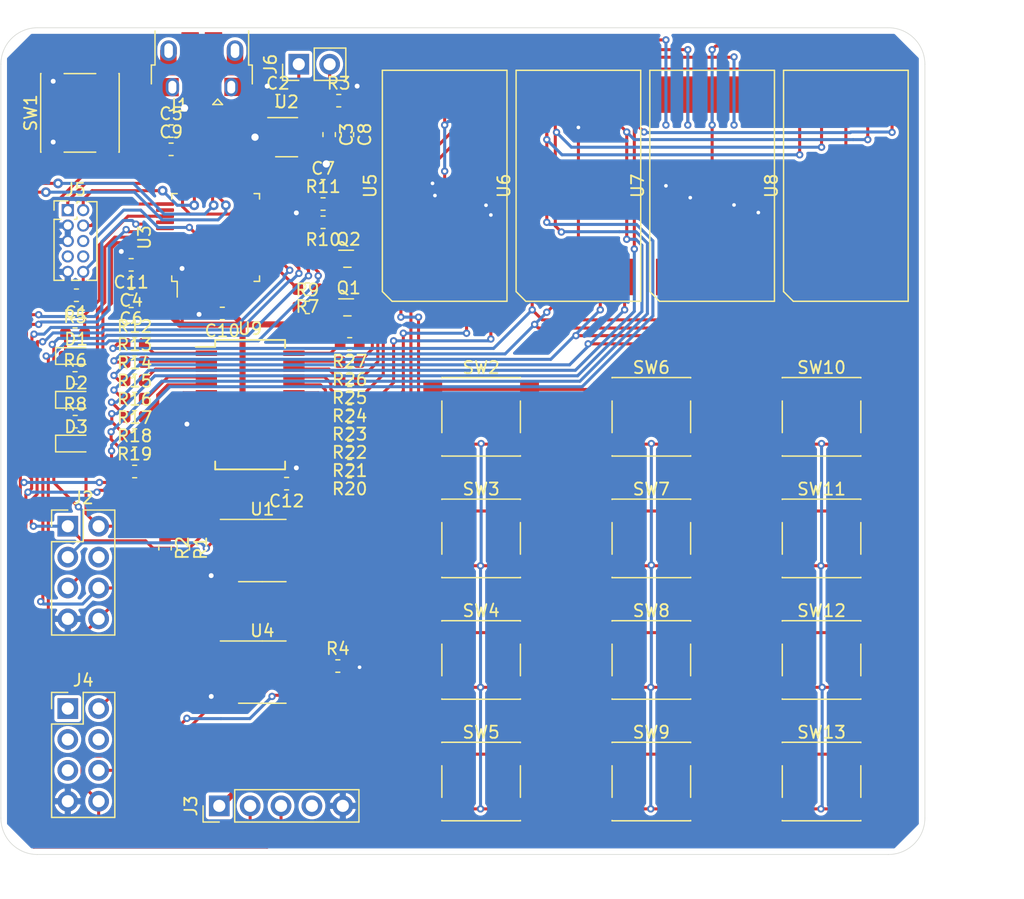
<source format=kicad_pcb>
(kicad_pcb (version 20171130) (host pcbnew 5.1.6~rc1+dfsg1-1+b1)
  (layers (0 F.Cu signal) (31 B.Cu signal) (34 B.Paste user) (35 F.Paste user) (36 B.SilkS user) (37 F.SilkS user) (38 B.Mask user) (39 F.Mask user) (44 Edge.Cuts user))
  (net 0 "")
  (net 1 GND)
  (net 2 /NRST)
  (net 3 "Net-(C2-Pad1)")
  (net 4 VCC)
  (net 5 "Net-(D1-Pad1)")
  (net 6 "Net-(D2-Pad1)")
  (net 7 "Net-(D3-Pad1)")
  (net 8 "Net-(J1-Pad6)")
  (net 9 /USB_N)
  (net 10 /USB_P)
  (net 11 "Net-(J1-Pad4)")
  (net 12 /~CS)
  (net 13 /MISO)
  (net 14 /~WP)
  (net 15 /MOSI)
  (net 16 /SCK)
  (net 17 /UART1_TX)
  (net 18 /UART1_RX)
  (net 19 /SCL)
  (net 20 /SDA)
  (net 21 "Net-(J4-Pad3)")
  (net 22 "Net-(J4-Pad1)")
  (net 23 /SWDIO)
  (net 24 /SWCLK)
  (net 25 "Net-(J5-Pad6)")
  (net 26 "Net-(J5-Pad7)")
  (net 27 "Net-(J5-Pad8)")
  (net 28 /BOOT0)
  (net 29 "Net-(Q1-Pad1)")
  (net 30 "Net-(Q1-Pad2)")
  (net 31 "Net-(Q2-Pad2)")
  (net 32 "Net-(Q2-Pad1)")
  (net 33 "Net-(R4-Pad1)")
  (net 34 /LED_R)
  (net 35 /LED_Y)
  (net 36 /DISPA)
  (net 37 /LED_G)
  (net 38 /DISPB)
  (net 39 /B0)
  (net 40 "Net-(R12-Pad2)")
  (net 41 "Net-(R13-Pad2)")
  (net 42 /B1)
  (net 43 /B2)
  (net 44 "Net-(R14-Pad2)")
  (net 45 "Net-(R15-Pad2)")
  (net 46 /B3)
  (net 47 /B4)
  (net 48 "Net-(R16-Pad2)")
  (net 49 /B5)
  (net 50 "Net-(R17-Pad2)")
  (net 51 "Net-(R18-Pad2)")
  (net 52 /B6)
  (net 53 /B7)
  (net 54 "Net-(R19-Pad2)")
  (net 55 "Net-(R20-Pad2)")
  (net 56 /A0)
  (net 57 /A1)
  (net 58 "Net-(R21-Pad2)")
  (net 59 "Net-(R22-Pad2)")
  (net 60 /A2)
  (net 61 /A3)
  (net 62 "Net-(R23-Pad2)")
  (net 63 "Net-(R24-Pad2)")
  (net 64 /A4)
  (net 65 /A5)
  (net 66 "Net-(R25-Pad2)")
  (net 67 "Net-(R26-Pad2)")
  (net 68 /A6)
  (net 69 /A7)
  (net 70 "Net-(R27-Pad2)")
  (net 71 /COL1)
  (net 72 /ROW1)
  (net 73 /ROW2)
  (net 74 /ROW3)
  (net 75 /ROW4)
  (net 76 /COL2)
  (net 77 /COL3)
  (net 78 "Net-(U2-Pad4)")
  (net 79 "Net-(U3-Pad2)")
  (net 80 "Net-(U3-Pad3)")
  (net 81 "Net-(U3-Pad4)")
  (net 82 "Net-(U3-Pad5)")
  (net 83 "Net-(U3-Pad6)")
  (net 84 "Net-(U3-Pad25)")
  (net 85 "Net-(U3-Pad26)")
  (net 86 "Net-(U3-Pad27)")
  (net 87 "Net-(U3-Pad28)")
  (net 88 "Net-(U3-Pad29)")
  (net 89 "Net-(U3-Pad38)")
  (net 90 "Net-(U9-Pad11)")
  (net 91 "Net-(U9-Pad14)")
  (net 92 "Net-(U9-Pad19)")
  (net 93 "Net-(U9-Pad20)")
  (net 94 "Net-(J2-Pad4)")
  (net 95 "Net-(J4-Pad4)")
  (net 96 "Net-(J4-Pad5)")
  (net 97 "Net-(U3-Pad40)")
  (net 98 "Net-(U3-Pad41)")
  (module Capacitor_SMD:C_0603_1608Metric (layer F.Cu) (at 34.7125 59 180)
    (fp_text reference C1 (at 0 -1.43) (layer F.SilkS))
    (fp_text value 0.1u)
    (pad 2 smd roundrect (at 0.7875 0 180) (size 0.875 0.95) (layers F.Cu F.Paste F.Mask) (net 1 GND))
    (pad 1 smd roundrect (at -0.7875 0 180) (size 0.875 0.95) (layers F.Cu F.Paste F.Mask) (net 2 /NRST))
  )
  (module Capacitor_SMD:C_0603_1608Metric (layer F.Cu) (at 51.2875 43)
    (fp_text reference C2 (at 0 -1.43) (layer F.SilkS))
    (fp_text value 1u)
    (pad 2 smd roundrect (at 0.7875 0) (size 0.875 0.95) (layers F.Cu F.Paste F.Mask) (net 1 GND))
    (pad 1 smd roundrect (at -0.7875 0) (size 0.875 0.95) (layers F.Cu F.Paste F.Mask) (net 3 "Net-(C2-Pad1)"))
  )
  (module Capacitor_SMD:C_0603_1608Metric (layer F.Cu) (at 55.5 45.7875 270)
    (fp_text reference C3 (at 0 -1.43 90) (layer F.SilkS))
    (fp_text value 1u)
    (pad 2 smd roundrect (at 0.7875 0 270) (size 0.875 0.95) (layers F.Cu F.Paste F.Mask) (net 1 GND))
    (pad 1 smd roundrect (at -0.7875 0 270) (size 0.875 0.95) (layers F.Cu F.Paste F.Mask) (net 4 VCC))
  )
  (module Capacitor_SMD:C_0603_1608Metric (layer F.Cu) (at 39.2125 58 180)
    (fp_text reference C4 (at 0 -1.43) (layer F.SilkS))
    (fp_text value 4.7u)
    (pad 2 smd roundrect (at 0.7875 0 180) (size 0.875 0.95) (layers F.Cu F.Paste F.Mask) (net 1 GND))
    (pad 1 smd roundrect (at -0.7875 0 180) (size 0.875 0.95) (layers F.Cu F.Paste F.Mask) (net 4 VCC))
  )
  (module Capacitor_SMD:C_0603_1608Metric (layer F.Cu) (at 42.5 45.5)
    (fp_text reference C5 (at 0 -1.43) (layer F.SilkS))
    (fp_text value 4.7u)
    (pad 1 smd roundrect (at -0.7875 0) (size 0.875 0.95) (layers F.Cu F.Paste F.Mask) (net 4 VCC))
    (pad 2 smd roundrect (at 0.7875 0) (size 0.875 0.95) (layers F.Cu F.Paste F.Mask) (net 1 GND))
  )
  (module Capacitor_SMD:C_0603_1608Metric (layer F.Cu) (at 39.2125 59.5 180)
    (fp_text reference C6 (at 0 -1.43) (layer F.SilkS))
    (fp_text value 1u)
    (pad 2 smd roundrect (at 0.7875 0 180) (size 0.875 0.95) (layers F.Cu F.Paste F.Mask) (net 1 GND))
    (pad 1 smd roundrect (at -0.7875 0 180) (size 0.875 0.95) (layers F.Cu F.Paste F.Mask) (net 4 VCC))
  )
  (module Capacitor_SMD:C_0603_1608Metric (layer F.Cu) (at 55 50)
    (fp_text reference C7 (at 0 -1.43) (layer F.SilkS))
    (fp_text value 0.1u)
    (pad 1 smd roundrect (at -0.7875 0) (size 0.875 0.95) (layers F.Cu F.Paste F.Mask) (net 4 VCC))
    (pad 2 smd roundrect (at 0.7875 0) (size 0.875 0.95) (layers F.Cu F.Paste F.Mask) (net 1 GND))
  )
  (module Capacitor_SMD:C_0603_1608Metric (layer F.Cu) (at 57 45.7875 270)
    (fp_text reference C8 (at 0 -1.43 90) (layer F.SilkS))
    (fp_text value 0.1u)
    (pad 1 smd roundrect (at -0.7875 0 270) (size 0.875 0.95) (layers F.Cu F.Paste F.Mask) (net 4 VCC))
    (pad 2 smd roundrect (at 0.7875 0 270) (size 0.875 0.95) (layers F.Cu F.Paste F.Mask) (net 1 GND))
  )
  (module Capacitor_SMD:C_0603_1608Metric (layer F.Cu) (at 42.5 47)
    (fp_text reference C9 (at 0 -1.43) (layer F.SilkS))
    (fp_text value 0.1u)
    (pad 1 smd roundrect (at -0.7875 0) (size 0.875 0.95) (layers F.Cu F.Paste F.Mask) (net 4 VCC))
    (pad 2 smd roundrect (at 0.7875 0) (size 0.875 0.95) (layers F.Cu F.Paste F.Mask) (net 1 GND))
  )
  (module Capacitor_SMD:C_0603_1608Metric (layer F.Cu) (at 46.7125 60.5 180)
    (fp_text reference C10 (at 0 -1.43) (layer F.SilkS))
    (fp_text value 0.1u)
    (pad 2 smd roundrect (at 0.7875 0 180) (size 0.875 0.95) (layers F.Cu F.Paste F.Mask) (net 1 GND))
    (pad 1 smd roundrect (at -0.7875 0 180) (size 0.875 0.95) (layers F.Cu F.Paste F.Mask) (net 4 VCC))
  )
  (module Capacitor_SMD:C_0603_1608Metric (layer F.Cu) (at 39.2125 56.5 180)
    (fp_text reference C11 (at 0 -1.43) (layer F.SilkS))
    (fp_text value 0.1u)
    (pad 1 smd roundrect (at -0.7875 0 180) (size 0.875 0.95) (layers F.Cu F.Paste F.Mask) (net 4 VCC))
    (pad 2 smd roundrect (at 0.7875 0 180) (size 0.875 0.95) (layers F.Cu F.Paste F.Mask) (net 1 GND))
  )
  (module Capacitor_SMD:C_0603_1608Metric (layer F.Cu) (at 52 74.5 180)
    (fp_text reference C12 (at 0 -1.43) (layer F.SilkS))
    (fp_text value 0.1u)
    (pad 1 smd roundrect (at -0.7875 0 180) (size 0.875 0.95) (layers F.Cu F.Paste F.Mask) (net 1 GND))
    (pad 2 smd roundrect (at 0.7875 0 180) (size 0.875 0.95) (layers F.Cu F.Paste F.Mask) (net 4 VCC))
  )
  (module LED_SMD:LED_0603_1608Metric_Castellated (layer F.Cu) (at 34.6875 64)
    (fp_text reference D1 (at 0 -1.38) (layer F.SilkS))
    (fp_text value RED)
    (pad 1 smd roundrect (at -0.8125 0) (size 1.225 0.85) (layers F.Cu F.Paste F.Mask) (net 5 "Net-(D1-Pad1)"))
    (pad 2 smd roundrect (at 0.8125 0) (size 1.225 0.85) (layers F.Cu F.Paste F.Mask) (net 4 VCC))
  )
  (module LED_SMD:LED_0603_1608Metric_Castellated (layer F.Cu) (at 34.6875 67.6)
    (fp_text reference D2 (at 0 -1.38) (layer F.SilkS))
    (fp_text value YLO)
    (pad 2 smd roundrect (at 0.8125 0) (size 1.225 0.85) (layers F.Cu F.Paste F.Mask) (net 4 VCC))
    (pad 1 smd roundrect (at -0.8125 0) (size 1.225 0.85) (layers F.Cu F.Paste F.Mask) (net 6 "Net-(D2-Pad1)"))
  )
  (module LED_SMD:LED_0603_1608Metric_Castellated (layer F.Cu) (at 34.6875 71.2)
    (fp_text reference D3 (at 0 -1.38) (layer F.SilkS))
    (fp_text value GRN)
    (pad 1 smd roundrect (at -0.8125 0) (size 1.225 0.85) (layers F.Cu F.Paste F.Mask) (net 7 "Net-(D3-Pad1)"))
    (pad 2 smd roundrect (at 0.8125 0) (size 1.225 0.85) (layers F.Cu F.Paste F.Mask) (net 4 VCC))
  )
  (module Connector_USB:USB_Micro-B_Amphenol_10103594-0001LF_Horizontal (layer F.Cu) (at 45 40 180)
    (fp_text reference J1 (at 1.925 -3.365) (layer F.SilkS))
    (fp_text value USB_B_Micro)
    (pad 6 smd rect (at 2.725 0.185 180) (size 1.35 2) (layers F.Cu F.Paste F.Mask) (net 8 "Net-(J1-Pad6)"))
    (pad 6 smd rect (at -2.755 0.185 180) (size 1.35 2) (layers F.Cu F.Paste F.Mask) (net 8 "Net-(J1-Pad6)"))
    (pad 6 smd rect (at -2.975 -0.565 180) (size 1.825 0.7) (layers F.Cu F.Paste F.Mask) (net 8 "Net-(J1-Pad6)"))
    (pad 6 smd rect (at 2.975 -0.565 180) (size 1.825 0.7) (layers F.Cu F.Paste F.Mask) (net 8 "Net-(J1-Pad6)"))
    (pad 6 smd rect (at -2.875 -1.865 180) (size 2 1.5) (layers F.Cu F.Paste F.Mask) (net 8 "Net-(J1-Pad6)"))
    (pad 6 smd rect (at 2.875 -1.885 180) (size 2 1.5) (layers F.Cu F.Paste F.Mask) (net 8 "Net-(J1-Pad6)"))
    (pad 1 smd rect (at -1.325 -1.765 270) (size 1.65 0.4) (layers F.Cu F.Paste F.Mask) (net 3 "Net-(C2-Pad1)"))
    (pad 2 smd rect (at -0.675 -1.765 270) (size 1.65 0.4) (layers F.Cu F.Paste F.Mask) (net 9 /USB_N))
    (pad 3 smd rect (at -0.025 -1.765 270) (size 1.65 0.4) (layers F.Cu F.Paste F.Mask) (net 10 /USB_P))
    (pad 4 smd rect (at 0.625 -1.765 270) (size 1.65 0.4) (layers F.Cu F.Paste F.Mask) (net 11 "Net-(J1-Pad4)"))
    (pad 5 smd rect (at 1.275 -1.765 270) (size 1.65 0.4) (layers F.Cu F.Paste F.Mask) (net 1 GND))
    (pad 6 thru_hole oval (at -2.445 -1.885 270) (size 1.5 1.1) (drill oval 1.05 0.65) (layers *.Cu *.Mask) (net 8 "Net-(J1-Pad6)"))
    (pad 6 thru_hole oval (at 2.395 -1.885 270) (size 1.5 1.1) (drill oval 1.05 0.65) (layers *.Cu *.Mask) (net 8 "Net-(J1-Pad6)"))
    (pad 6 thru_hole oval (at -2.755 1.115 270) (size 1.7 1.35) (drill oval 1.2 0.7) (layers *.Cu *.Mask) (net 8 "Net-(J1-Pad6)"))
    (pad 6 thru_hole oval (at 2.705 1.115 270) (size 1.7 1.35) (drill oval 1.2 0.7) (layers *.Cu *.Mask) (net 8 "Net-(J1-Pad6)"))
    (pad 6 smd rect (at -0.985 1.385 270) (size 2.5 1.43) (layers F.Cu F.Paste F.Mask) (net 8 "Net-(J1-Pad6)"))
    (pad 6 smd rect (at 0.935 1.385 270) (size 2.5 1.43) (layers F.Cu F.Paste F.Mask) (net 8 "Net-(J1-Pad6)"))
  )
  (module Connector_PinHeader_2.54mm:PinHeader_1x05_P2.54mm_Vertical (layer F.Cu) (at 46.46 101 90)
    (fp_text reference J3 (at 0 -2.33 90) (layer F.SilkS))
    (fp_text value UART_CONN)
    (pad 1 thru_hole rect (at 0 0 90) (size 1.7 1.7) (drill 1) (layers *.Cu *.Mask) (net 4 VCC))
    (pad 2 thru_hole oval (at 0 2.54 90) (size 1.7 1.7) (drill 1) (layers *.Cu *.Mask) (net 17 /UART1_TX))
    (pad 3 thru_hole oval (at 0 5.08 90) (size 1.7 1.7) (drill 1) (layers *.Cu *.Mask) (net 18 /UART1_RX))
    (pad 4 thru_hole oval (at 0 7.62 90) (size 1.7 1.7) (drill 1) (layers *.Cu *.Mask) (net 2 /NRST))
    (pad 5 thru_hole oval (at 0 10.16 90) (size 1.7 1.7) (drill 1) (layers *.Cu *.Mask) (net 1 GND))
  )
  (module Connector_PinHeader_1.27mm:PinHeader_2x05_P1.27mm_Vertical (layer F.Cu) (at 34 52)
    (fp_text reference J5 (at 0.635 -1.695) (layer F.SilkS))
    (fp_text value SWD_CONN)
    (pad 1 thru_hole rect (at 0 0) (size 1 1) (drill 0.65) (layers *.Cu *.Mask) (net 4 VCC))
    (pad 2 thru_hole oval (at 1.27 0) (size 1 1) (drill 0.65) (layers *.Cu *.Mask) (net 23 /SWDIO))
    (pad 3 thru_hole oval (at 0 1.27) (size 1 1) (drill 0.65) (layers *.Cu *.Mask) (net 1 GND))
    (pad 4 thru_hole oval (at 1.27 1.27) (size 1 1) (drill 0.65) (layers *.Cu *.Mask) (net 24 /SWCLK))
    (pad 5 thru_hole oval (at 0 2.54) (size 1 1) (drill 0.65) (layers *.Cu *.Mask) (net 1 GND))
    (pad 6 thru_hole oval (at 1.27 2.54) (size 1 1) (drill 0.65) (layers *.Cu *.Mask) (net 25 "Net-(J5-Pad6)"))
    (pad 7 thru_hole oval (at 0 3.81) (size 1 1) (drill 0.65) (layers *.Cu *.Mask) (net 26 "Net-(J5-Pad7)"))
    (pad 8 thru_hole oval (at 1.27 3.81) (size 1 1) (drill 0.65) (layers *.Cu *.Mask) (net 27 "Net-(J5-Pad8)"))
    (pad 9 thru_hole oval (at 0 5.08) (size 1 1) (drill 0.65) (layers *.Cu *.Mask) (net 1 GND))
    (pad 10 thru_hole oval (at 1.27 5.08) (size 1 1) (drill 0.65) (layers *.Cu *.Mask) (net 2 /NRST))
  )
  (module Connector_PinHeader_2.54mm:PinHeader_1x02_P2.54mm_Vertical (layer F.Cu) (at 53 40 90)
    (fp_text reference J6 (at 0 -2.33 90) (layer F.SilkS))
    (fp_text value DFU)
    (pad 1 thru_hole rect (at 0 0 90) (size 1.7 1.7) (drill 1) (layers *.Cu *.Mask) (net 4 VCC))
    (pad 2 thru_hole oval (at 0 2.54 90) (size 1.7 1.7) (drill 1) (layers *.Cu *.Mask) (net 28 /BOOT0))
  )
  (module Package_TO_SOT_SMD:SOT-723 (layer F.Cu) (at 57 60)
    (fp_text reference Q1 (at 0.1 -1.6) (layer F.SilkS))
    (fp_text value RZM001P02)
    (pad 1 smd rect (at -0.575 -0.4) (size 0.45 0.4) (layers F.Cu F.Paste F.Mask) (net 29 "Net-(Q1-Pad1)"))
    (pad 2 smd rect (at -0.575 0.4) (size 0.45 0.4) (layers F.Cu F.Paste F.Mask) (net 30 "Net-(Q1-Pad2)"))
    (pad 3 smd rect (at 0.575 0) (size 0.45 0.5) (layers F.Cu F.Paste F.Mask) (net 4 VCC))
  )
  (module Package_TO_SOT_SMD:SOT-723 (layer F.Cu) (at 57 56)
    (fp_text reference Q2 (at 0.1 -1.6) (layer F.SilkS))
    (fp_text value RZM001P02)
    (pad 3 smd rect (at 0.575 0) (size 0.45 0.5) (layers F.Cu F.Paste F.Mask) (net 4 VCC))
    (pad 2 smd rect (at -0.575 0.4) (size 0.45 0.4) (layers F.Cu F.Paste F.Mask) (net 31 "Net-(Q2-Pad2)"))
    (pad 1 smd rect (at -0.575 -0.4) (size 0.45 0.4) (layers F.Cu F.Paste F.Mask) (net 32 "Net-(Q2-Pad1)"))
  )
  (module Resistor_SMD:R_0603_1608Metric (layer F.Cu) (at 43.5 79.7875 270)
    (fp_text reference R1 (at 0 -1.43 90) (layer F.SilkS))
    (fp_text value 10k)
    (pad 1 smd roundrect (at -0.7875 0 270) (size 0.875 0.95) (layers F.Cu F.Paste F.Mask) (net 4 VCC))
    (pad 2 smd roundrect (at 0.7875 0 270) (size 0.875 0.95) (layers F.Cu F.Paste F.Mask) (net 12 /~CS))
  )
  (module Resistor_SMD:R_0603_1608Metric (layer F.Cu) (at 42 79.7875 270)
    (fp_text reference R2 (at 0 -1.43 90) (layer F.SilkS))
    (fp_text value 10k)
    (pad 2 smd roundrect (at 0.7875 0 270) (size 0.875 0.95) (layers F.Cu F.Paste F.Mask) (net 14 /~WP))
    (pad 1 smd roundrect (at -0.7875 0 270) (size 0.875 0.95) (layers F.Cu F.Paste F.Mask) (net 4 VCC))
  )
  (module Resistor_SMD:R_0603_1608Metric (layer F.Cu) (at 56.2875 43)
    (fp_text reference R3 (at 0 -1.43) (layer F.SilkS))
    (fp_text value 10k)
    (pad 2 smd roundrect (at 0.7875 0) (size 0.875 0.95) (layers F.Cu F.Paste F.Mask) (net 1 GND))
    (pad 1 smd roundrect (at -0.7875 0) (size 0.875 0.95) (layers F.Cu F.Paste F.Mask) (net 28 /BOOT0))
  )
  (module Resistor_SMD:R_0603_1608Metric (layer F.Cu) (at 56.2125 89.5)
    (fp_text reference R4 (at 0 -1.43) (layer F.SilkS))
    (fp_text value 10k)
    (pad 1 smd roundrect (at -0.7875 0) (size 0.875 0.95) (layers F.Cu F.Paste F.Mask) (net 33 "Net-(R4-Pad1)"))
    (pad 2 smd roundrect (at 0.7875 0) (size 0.875 0.95) (layers F.Cu F.Paste F.Mask) (net 1 GND))
  )
  (module Resistor_SMD:R_0603_1608Metric (layer F.Cu) (at 34.6 62.2)
    (fp_text reference R5 (at 0 -1.43) (layer F.SilkS))
    (fp_text value 1k)
    (pad 2 smd roundrect (at 0.7875 0) (size 0.875 0.95) (layers F.Cu F.Paste F.Mask) (net 34 /LED_R))
    (pad 1 smd roundrect (at -0.7875 0) (size 0.875 0.95) (layers F.Cu F.Paste F.Mask) (net 5 "Net-(D1-Pad1)"))
  )
  (module Resistor_SMD:R_0603_1608Metric (layer F.Cu) (at 34.6 65.8)
    (fp_text reference R6 (at 0 -1.43) (layer F.SilkS))
    (fp_text value 1k)
    (pad 2 smd roundrect (at 0.7875 0) (size 0.875 0.95) (layers F.Cu F.Paste F.Mask) (net 35 /LED_Y))
    (pad 1 smd roundrect (at -0.7875 0) (size 0.875 0.95) (layers F.Cu F.Paste F.Mask) (net 6 "Net-(D2-Pad1)"))
  )
  (module Resistor_SMD:R_0603_1608Metric (layer F.Cu) (at 53.7125 58.5 180)
    (fp_text reference R7 (at 0 -1.43) (layer F.SilkS))
    (fp_text value 100)
    (pad 2 smd roundrect (at 0.7875 0 180) (size 0.875 0.95) (layers F.Cu F.Paste F.Mask) (net 36 /DISPA))
    (pad 1 smd roundrect (at -0.7875 0 180) (size 0.875 0.95) (layers F.Cu F.Paste F.Mask) (net 29 "Net-(Q1-Pad1)"))
  )
  (module Resistor_SMD:R_0603_1608Metric (layer F.Cu) (at 34.6125 69.4)
    (fp_text reference R8 (at 0 -1.43) (layer F.SilkS))
    (fp_text value 1k)
    (pad 1 smd roundrect (at -0.7875 0) (size 0.875 0.95) (layers F.Cu F.Paste F.Mask) (net 7 "Net-(D3-Pad1)"))
    (pad 2 smd roundrect (at 0.7875 0) (size 0.875 0.95) (layers F.Cu F.Paste F.Mask) (net 37 /LED_G))
  )
  (module Resistor_SMD:R_0603_1608Metric (layer F.Cu) (at 53.7125 60)
    (fp_text reference R9 (at 0 -1.43) (layer F.SilkS))
    (fp_text value 10k)
    (pad 2 smd roundrect (at 0.7875 0) (size 0.875 0.95) (layers F.Cu F.Paste F.Mask) (net 29 "Net-(Q1-Pad1)"))
    (pad 1 smd roundrect (at -0.7875 0) (size 0.875 0.95) (layers F.Cu F.Paste F.Mask) (net 4 VCC))
  )
  (module Resistor_SMD:R_0603_1608Metric (layer F.Cu) (at 55 53 180)
    (fp_text reference R10 (at 0 -1.43) (layer F.SilkS))
    (fp_text value 100)
    (pad 1 smd roundrect (at -0.7875 0 180) (size 0.875 0.95) (layers F.Cu F.Paste F.Mask) (net 32 "Net-(Q2-Pad1)"))
    (pad 2 smd roundrect (at 0.7875 0 180) (size 0.875 0.95) (layers F.Cu F.Paste F.Mask) (net 38 /DISPB))
  )
  (module Resistor_SMD:R_0603_1608Metric (layer F.Cu) (at 55 51.5)
    (fp_text reference R11 (at 0 -1.43) (layer F.SilkS))
    (fp_text value 10k)
    (pad 1 smd roundrect (at -0.7875 0) (size 0.875 0.95) (layers F.Cu F.Paste F.Mask) (net 4 VCC))
    (pad 2 smd roundrect (at 0.7875 0) (size 0.875 0.95) (layers F.Cu F.Paste F.Mask) (net 32 "Net-(Q2-Pad1)"))
  )
  (module Resistor_SMD:R_0603_1608Metric (layer F.Cu) (at 39.5 63)
    (fp_text reference R12 (at 0 -1.43) (layer F.SilkS))
    (fp_text value 1k)
    (pad 1 smd roundrect (at -0.7875 0) (size 0.875 0.95) (layers F.Cu F.Paste F.Mask) (net 39 /B0))
    (pad 2 smd roundrect (at 0.7875 0) (size 0.875 0.95) (layers F.Cu F.Paste F.Mask) (net 40 "Net-(R12-Pad2)"))
  )
  (module Resistor_SMD:R_0603_1608Metric (layer F.Cu) (at 39.5 64.5)
    (fp_text reference R13 (at 0 -1.43) (layer F.SilkS))
    (fp_text value 1k)
    (pad 2 smd roundrect (at 0.7875 0) (size 0.875 0.95) (layers F.Cu F.Paste F.Mask) (net 41 "Net-(R13-Pad2)"))
    (pad 1 smd roundrect (at -0.7875 0) (size 0.875 0.95) (layers F.Cu F.Paste F.Mask) (net 42 /B1))
  )
  (module Resistor_SMD:R_0603_1608Metric (layer F.Cu) (at 39.5 66)
    (fp_text reference R14 (at 0 -1.43) (layer F.SilkS))
    (fp_text value 1k)
    (pad 1 smd roundrect (at -0.7875 0) (size 0.875 0.95) (layers F.Cu F.Paste F.Mask) (net 43 /B2))
    (pad 2 smd roundrect (at 0.7875 0) (size 0.875 0.95) (layers F.Cu F.Paste F.Mask) (net 44 "Net-(R14-Pad2)"))
  )
  (module Resistor_SMD:R_0603_1608Metric (layer F.Cu) (at 39.5 67.5)
    (fp_text reference R15 (at 0 -1.43) (layer F.SilkS))
    (fp_text value 1k)
    (pad 2 smd roundrect (at 0.7875 0) (size 0.875 0.95) (layers F.Cu F.Paste F.Mask) (net 45 "Net-(R15-Pad2)"))
    (pad 1 smd roundrect (at -0.7875 0) (size 0.875 0.95) (layers F.Cu F.Paste F.Mask) (net 46 /B3))
  )
  (module Resistor_SMD:R_0603_1608Metric (layer F.Cu) (at 39.5 69)
    (fp_text reference R16 (at 0 -1.43) (layer F.SilkS))
    (fp_text value 1k)
    (pad 1 smd roundrect (at -0.7875 0) (size 0.875 0.95) (layers F.Cu F.Paste F.Mask) (net 47 /B4))
    (pad 2 smd roundrect (at 0.7875 0) (size 0.875 0.95) (layers F.Cu F.Paste F.Mask) (net 48 "Net-(R16-Pad2)"))
  )
  (module Resistor_SMD:R_0603_1608Metric (layer F.Cu) (at 39.5 70.5)
    (fp_text reference R17 (at 0 -1.43) (layer F.SilkS))
    (fp_text value 1k)
    (pad 1 smd roundrect (at -0.7875 0) (size 0.875 0.95) (layers F.Cu F.Paste F.Mask) (net 49 /B5))
    (pad 2 smd roundrect (at 0.7875 0) (size 0.875 0.95) (layers F.Cu F.Paste F.Mask) (net 50 "Net-(R17-Pad2)"))
  )
  (module Resistor_SMD:R_0603_1608Metric (layer F.Cu) (at 39.5 72)
    (fp_text reference R18 (at 0 -1.43) (layer F.SilkS))
    (fp_text value 1k)
    (pad 2 smd roundrect (at 0.7875 0) (size 0.875 0.95) (layers F.Cu F.Paste F.Mask) (net 51 "Net-(R18-Pad2)"))
    (pad 1 smd roundrect (at -0.7875 0) (size 0.875 0.95) (layers F.Cu F.Paste F.Mask) (net 52 /B6))
  )
  (module Resistor_SMD:R_0603_1608Metric (layer F.Cu) (at 39.5 73.5)
    (fp_text reference R19 (at 0 -1.43) (layer F.SilkS))
    (fp_text value 1k)
    (pad 1 smd roundrect (at -0.7875 0) (size 0.875 0.95) (layers F.Cu F.Paste F.Mask) (net 53 /B7))
    (pad 2 smd roundrect (at 0.7875 0) (size 0.875 0.95) (layers F.Cu F.Paste F.Mask) (net 54 "Net-(R19-Pad2)"))
  )
  (module Resistor_SMD:R_0603_1608Metric (layer F.Cu) (at 57.1875 73.5 180)
    (fp_text reference R20 (at 0 -1.43) (layer F.SilkS))
    (fp_text value 1k)
    (pad 2 smd roundrect (at 0.7875 0 180) (size 0.875 0.95) (layers F.Cu F.Paste F.Mask) (net 55 "Net-(R20-Pad2)"))
    (pad 1 smd roundrect (at -0.7875 0 180) (size 0.875 0.95) (layers F.Cu F.Paste F.Mask) (net 56 /A0))
  )
  (module Resistor_SMD:R_0603_1608Metric (layer F.Cu) (at 57.1875 72 180)
    (fp_text reference R21 (at 0 -1.43) (layer F.SilkS))
    (fp_text value 1k)
    (pad 1 smd roundrect (at -0.7875 0 180) (size 0.875 0.95) (layers F.Cu F.Paste F.Mask) (net 57 /A1))
    (pad 2 smd roundrect (at 0.7875 0 180) (size 0.875 0.95) (layers F.Cu F.Paste F.Mask) (net 58 "Net-(R21-Pad2)"))
  )
  (module Resistor_SMD:R_0603_1608Metric (layer F.Cu) (at 57.1875 70.5 180)
    (fp_text reference R22 (at 0 -1.43) (layer F.SilkS))
    (fp_text value 1k)
    (pad 2 smd roundrect (at 0.7875 0 180) (size 0.875 0.95) (layers F.Cu F.Paste F.Mask) (net 59 "Net-(R22-Pad2)"))
    (pad 1 smd roundrect (at -0.7875 0 180) (size 0.875 0.95) (layers F.Cu F.Paste F.Mask) (net 60 /A2))
  )
  (module Resistor_SMD:R_0603_1608Metric (layer F.Cu) (at 57.1875 69 180)
    (fp_text reference R23 (at 0 -1.43) (layer F.SilkS))
    (fp_text value 1k)
    (pad 1 smd roundrect (at -0.7875 0 180) (size 0.875 0.95) (layers F.Cu F.Paste F.Mask) (net 61 /A3))
    (pad 2 smd roundrect (at 0.7875 0 180) (size 0.875 0.95) (layers F.Cu F.Paste F.Mask) (net 62 "Net-(R23-Pad2)"))
  )
  (module Resistor_SMD:R_0603_1608Metric (layer F.Cu) (at 57.1875 67.5 180)
    (fp_text reference R24 (at 0 -1.43) (layer F.SilkS))
    (fp_text value 1k)
    (pad 2 smd roundrect (at 0.7875 0 180) (size 0.875 0.95) (layers F.Cu F.Paste F.Mask) (net 63 "Net-(R24-Pad2)"))
    (pad 1 smd roundrect (at -0.7875 0 180) (size 0.875 0.95) (layers F.Cu F.Paste F.Mask) (net 64 /A4))
  )
  (module Resistor_SMD:R_0603_1608Metric (layer F.Cu) (at 57.1875 66 180)
    (fp_text reference R25 (at 0 -1.43) (layer F.SilkS))
    (fp_text value 1k)
    (pad 1 smd roundrect (at -0.7875 0 180) (size 0.875 0.95) (layers F.Cu F.Paste F.Mask) (net 65 /A5))
    (pad 2 smd roundrect (at 0.7875 0 180) (size 0.875 0.95) (layers F.Cu F.Paste F.Mask) (net 66 "Net-(R25-Pad2)"))
  )
  (module Resistor_SMD:R_0603_1608Metric (layer F.Cu) (at 57.1875 64.5 180)
    (fp_text reference R26 (at 0 -1.43) (layer F.SilkS))
    (fp_text value 1k)
    (pad 2 smd roundrect (at 0.7875 0 180) (size 0.875 0.95) (layers F.Cu F.Paste F.Mask) (net 67 "Net-(R26-Pad2)"))
    (pad 1 smd roundrect (at -0.7875 0 180) (size 0.875 0.95) (layers F.Cu F.Paste F.Mask) (net 68 /A6))
  )
  (module Resistor_SMD:R_0603_1608Metric (layer F.Cu) (at 57.1875 63 180)
    (fp_text reference R27 (at 0 -1.43) (layer F.SilkS))
    (fp_text value 1k)
    (pad 1 smd roundrect (at -0.7875 0 180) (size 0.875 0.95) (layers F.Cu F.Paste F.Mask) (net 69 /A7))
    (pad 2 smd roundrect (at 0.7875 0 180) (size 0.875 0.95) (layers F.Cu F.Paste F.Mask) (net 70 "Net-(R27-Pad2)"))
  )
  (module Button_Switch_SMD:SW_SPST_PTS645 (layer F.Cu) (at 35 44 90)
    (fp_text reference SW1 (at 0 -4.05 90) (layer F.SilkS))
    (fp_text value SW_Push)
    (pad 2 smd rect (at -3.98 2.25 90) (size 1.55 1.3) (layers F.Cu F.Paste F.Mask) (net 2 /NRST))
    (pad 1 smd rect (at -3.98 -2.25 90) (size 1.55 1.3) (layers F.Cu F.Paste F.Mask) (net 1 GND))
    (pad 1 smd rect (at 3.98 -2.25 90) (size 1.55 1.3) (layers F.Cu F.Paste F.Mask) (net 1 GND))
    (pad 2 smd rect (at 3.98 2.25 90) (size 1.55 1.3) (layers F.Cu F.Paste F.Mask) (net 2 /NRST))
  )
  (module Button_Switch_SMD:SW_SPST_PTS645 (layer F.Cu) (at 68 69)
    (fp_text reference SW2 (at 0 -4.05) (layer F.SilkS))
    (fp_text value SW_Push)
    (pad 2 smd rect (at -3.98 2.25) (size 1.55 1.3) (layers F.Cu F.Paste F.Mask) (net 71 /COL1))
    (pad 1 smd rect (at -3.98 -2.25) (size 1.55 1.3) (layers F.Cu F.Paste F.Mask) (net 72 /ROW1))
    (pad 1 smd rect (at 3.98 -2.25) (size 1.55 1.3) (layers F.Cu F.Paste F.Mask) (net 72 /ROW1))
    (pad 2 smd rect (at 3.98 2.25) (size 1.55 1.3) (layers F.Cu F.Paste F.Mask) (net 71 /COL1))
  )
  (module Button_Switch_SMD:SW_SPST_PTS645 (layer F.Cu) (at 68 79)
    (fp_text reference SW3 (at 0 -4.05) (layer F.SilkS))
    (fp_text value SW_Push)
    (pad 2 smd rect (at 3.98 2.25) (size 1.55 1.3) (layers F.Cu F.Paste F.Mask) (net 71 /COL1))
    (pad 1 smd rect (at 3.98 -2.25) (size 1.55 1.3) (layers F.Cu F.Paste F.Mask) (net 73 /ROW2))
    (pad 1 smd rect (at -3.98 -2.25) (size 1.55 1.3) (layers F.Cu F.Paste F.Mask) (net 73 /ROW2))
    (pad 2 smd rect (at -3.98 2.25) (size 1.55 1.3) (layers F.Cu F.Paste F.Mask) (net 71 /COL1))
  )
  (module Button_Switch_SMD:SW_SPST_PTS645 (layer F.Cu) (at 68 89)
    (fp_text reference SW4 (at 0 -4.05) (layer F.SilkS))
    (fp_text value SW_Push)
    (pad 2 smd rect (at -3.98 2.25) (size 1.55 1.3) (layers F.Cu F.Paste F.Mask) (net 71 /COL1))
    (pad 1 smd rect (at -3.98 -2.25) (size 1.55 1.3) (layers F.Cu F.Paste F.Mask) (net 74 /ROW3))
    (pad 1 smd rect (at 3.98 -2.25) (size 1.55 1.3) (layers F.Cu F.Paste F.Mask) (net 74 /ROW3))
    (pad 2 smd rect (at 3.98 2.25) (size 1.55 1.3) (layers F.Cu F.Paste F.Mask) (net 71 /COL1))
  )
  (module Button_Switch_SMD:SW_SPST_PTS645 (layer F.Cu) (at 68 99)
    (fp_text reference SW5 (at 0 -4.05) (layer F.SilkS))
    (fp_text value SW_Push)
    (pad 2 smd rect (at 3.98 2.25) (size 1.55 1.3) (layers F.Cu F.Paste F.Mask) (net 71 /COL1))
    (pad 1 smd rect (at 3.98 -2.25) (size 1.55 1.3) (layers F.Cu F.Paste F.Mask) (net 75 /ROW4))
    (pad 1 smd rect (at -3.98 -2.25) (size 1.55 1.3) (layers F.Cu F.Paste F.Mask) (net 75 /ROW4))
    (pad 2 smd rect (at -3.98 2.25) (size 1.55 1.3) (layers F.Cu F.Paste F.Mask) (net 71 /COL1))
  )
  (module Button_Switch_SMD:SW_SPST_PTS645 (layer F.Cu) (at 82 69)
    (fp_text reference SW6 (at 0 -4.05) (layer F.SilkS))
    (fp_text value SW_Push)
    (pad 2 smd rect (at -3.98 2.25) (size 1.55 1.3) (layers F.Cu F.Paste F.Mask) (net 76 /COL2))
    (pad 1 smd rect (at -3.98 -2.25) (size 1.55 1.3) (layers F.Cu F.Paste F.Mask) (net 72 /ROW1))
    (pad 1 smd rect (at 3.98 -2.25) (size 1.55 1.3) (layers F.Cu F.Paste F.Mask) (net 72 /ROW1))
    (pad 2 smd rect (at 3.98 2.25) (size 1.55 1.3) (layers F.Cu F.Paste F.Mask) (net 76 /COL2))
  )
  (module Button_Switch_SMD:SW_SPST_PTS645 (layer F.Cu) (at 82 79)
    (fp_text reference SW7 (at 0 -4.05) (layer F.SilkS))
    (fp_text value SW_Push)
    (pad 2 smd rect (at 3.98 2.25) (size 1.55 1.3) (layers F.Cu F.Paste F.Mask) (net 76 /COL2))
    (pad 1 smd rect (at 3.98 -2.25) (size 1.55 1.3) (layers F.Cu F.Paste F.Mask) (net 73 /ROW2))
    (pad 1 smd rect (at -3.98 -2.25) (size 1.55 1.3) (layers F.Cu F.Paste F.Mask) (net 73 /ROW2))
    (pad 2 smd rect (at -3.98 2.25) (size 1.55 1.3) (layers F.Cu F.Paste F.Mask) (net 76 /COL2))
  )
  (module Button_Switch_SMD:SW_SPST_PTS645 (layer F.Cu) (at 82 89)
    (fp_text reference SW8 (at 0 -4.05) (layer F.SilkS))
    (fp_text value SW_Push)
    (pad 2 smd rect (at -3.98 2.25) (size 1.55 1.3) (layers F.Cu F.Paste F.Mask) (net 76 /COL2))
    (pad 1 smd rect (at -3.98 -2.25) (size 1.55 1.3) (layers F.Cu F.Paste F.Mask) (net 74 /ROW3))
    (pad 1 smd rect (at 3.98 -2.25) (size 1.55 1.3) (layers F.Cu F.Paste F.Mask) (net 74 /ROW3))
    (pad 2 smd rect (at 3.98 2.25) (size 1.55 1.3) (layers F.Cu F.Paste F.Mask) (net 76 /COL2))
  )
  (module Button_Switch_SMD:SW_SPST_PTS645 (layer F.Cu) (at 82 99)
    (fp_text reference SW9 (at 0 -4.05) (layer F.SilkS))
    (fp_text value SW_Push)
    (pad 2 smd rect (at 3.98 2.25) (size 1.55 1.3) (layers F.Cu F.Paste F.Mask) (net 76 /COL2))
    (pad 1 smd rect (at 3.98 -2.25) (size 1.55 1.3) (layers F.Cu F.Paste F.Mask) (net 75 /ROW4))
    (pad 1 smd rect (at -3.98 -2.25) (size 1.55 1.3) (layers F.Cu F.Paste F.Mask) (net 75 /ROW4))
    (pad 2 smd rect (at -3.98 2.25) (size 1.55 1.3) (layers F.Cu F.Paste F.Mask) (net 76 /COL2))
  )
  (module Button_Switch_SMD:SW_SPST_PTS645 (layer F.Cu) (at 96 69)
    (fp_text reference SW10 (at 0 -4.05) (layer F.SilkS))
    (fp_text value SW_Push)
    (pad 2 smd rect (at -3.98 2.25) (size 1.55 1.3) (layers F.Cu F.Paste F.Mask) (net 77 /COL3))
    (pad 1 smd rect (at -3.98 -2.25) (size 1.55 1.3) (layers F.Cu F.Paste F.Mask) (net 72 /ROW1))
    (pad 1 smd rect (at 3.98 -2.25) (size 1.55 1.3) (layers F.Cu F.Paste F.Mask) (net 72 /ROW1))
    (pad 2 smd rect (at 3.98 2.25) (size 1.55 1.3) (layers F.Cu F.Paste F.Mask) (net 77 /COL3))
  )
  (module Button_Switch_SMD:SW_SPST_PTS645 (layer F.Cu) (at 96 79)
    (fp_text reference SW11 (at 0 -4.05) (layer F.SilkS))
    (fp_text value SW_Push)
    (pad 2 smd rect (at 3.98 2.25) (size 1.55 1.3) (layers F.Cu F.Paste F.Mask) (net 77 /COL3))
    (pad 1 smd rect (at 3.98 -2.25) (size 1.55 1.3) (layers F.Cu F.Paste F.Mask) (net 73 /ROW2))
    (pad 1 smd rect (at -3.98 -2.25) (size 1.55 1.3) (layers F.Cu F.Paste F.Mask) (net 73 /ROW2))
    (pad 2 smd rect (at -3.98 2.25) (size 1.55 1.3) (layers F.Cu F.Paste F.Mask) (net 77 /COL3))
  )
  (module Button_Switch_SMD:SW_SPST_PTS645 (layer F.Cu) (at 96 89)
    (fp_text reference SW12 (at 0 -4.05) (layer F.SilkS))
    (fp_text value SW_Push)
    (pad 2 smd rect (at -3.98 2.25) (size 1.55 1.3) (layers F.Cu F.Paste F.Mask) (net 77 /COL3))
    (pad 1 smd rect (at -3.98 -2.25) (size 1.55 1.3) (layers F.Cu F.Paste F.Mask) (net 74 /ROW3))
    (pad 1 smd rect (at 3.98 -2.25) (size 1.55 1.3) (layers F.Cu F.Paste F.Mask) (net 74 /ROW3))
    (pad 2 smd rect (at 3.98 2.25) (size 1.55 1.3) (layers F.Cu F.Paste F.Mask) (net 77 /COL3))
  )
  (module Button_Switch_SMD:SW_SPST_PTS645 (layer F.Cu) (at 96 99)
    (fp_text reference SW13 (at 0 -4.05) (layer F.SilkS))
    (fp_text value SW_Push)
    (pad 2 smd rect (at 3.98 2.25) (size 1.55 1.3) (layers F.Cu F.Paste F.Mask) (net 77 /COL3))
    (pad 1 smd rect (at 3.98 -2.25) (size 1.55 1.3) (layers F.Cu F.Paste F.Mask) (net 75 /ROW4))
    (pad 1 smd rect (at -3.98 -2.25) (size 1.55 1.3) (layers F.Cu F.Paste F.Mask) (net 75 /ROW4))
    (pad 2 smd rect (at -3.98 2.25) (size 1.55 1.3) (layers F.Cu F.Paste F.Mask) (net 77 /COL3))
  )
  (module Package_SO:SOIC-8_3.9x4.9mm_P1.27mm (layer F.Cu) (at 50 80)
    (fp_text reference U1 (at 0 -3.4) (layer F.SilkS))
    (fp_text value 25LCxxx)
    (pad 1 smd roundrect (at -2.475 -1.905) (size 1.95 0.6) (layers F.Cu F.Paste F.Mask) (net 12 /~CS))
    (pad 2 smd roundrect (at -2.475 -0.635) (size 1.95 0.6) (layers F.Cu F.Paste F.Mask) (net 13 /MISO))
    (pad 3 smd roundrect (at -2.475 0.635) (size 1.95 0.6) (layers F.Cu F.Paste F.Mask) (net 14 /~WP))
    (pad 4 smd roundrect (at -2.475 1.905) (size 1.95 0.6) (layers F.Cu F.Paste F.Mask) (net 1 GND))
    (pad 5 smd roundrect (at 2.475 1.905) (size 1.95 0.6) (layers F.Cu F.Paste F.Mask) (net 15 /MOSI))
    (pad 6 smd roundrect (at 2.475 0.635) (size 1.95 0.6) (layers F.Cu F.Paste F.Mask) (net 16 /SCK))
    (pad 7 smd roundrect (at 2.475 -0.635) (size 1.95 0.6) (layers F.Cu F.Paste F.Mask) (net 4 VCC))
    (pad 8 smd roundrect (at 2.475 -1.905) (size 1.95 0.6) (layers F.Cu F.Paste F.Mask) (net 4 VCC))
  )
  (module Package_TO_SOT_SMD:SOT-23-5 (layer F.Cu) (at 52 46)
    (fp_text reference U2 (at 0 -2.9) (layer F.SilkS))
    (fp_text value AP2112K-3.3)
    (pad 1 smd rect (at -1.1 -0.95) (size 1.06 0.65) (layers F.Cu F.Paste F.Mask) (net 3 "Net-(C2-Pad1)"))
    (pad 2 smd rect (at -1.1 0) (size 1.06 0.65) (layers F.Cu F.Paste F.Mask) (net 1 GND))
    (pad 3 smd rect (at -1.1 0.95) (size 1.06 0.65) (layers F.Cu F.Paste F.Mask) (net 3 "Net-(C2-Pad1)"))
    (pad 4 smd rect (at 1.1 0.95) (size 1.06 0.65) (layers F.Cu F.Paste F.Mask) (net 78 "Net-(U2-Pad4)"))
    (pad 5 smd rect (at 1.1 -0.95) (size 1.06 0.65) (layers F.Cu F.Paste F.Mask) (net 4 VCC))
  )
  (module Package_QFP:LQFP-48_7x7mm_P0.5mm (layer F.Cu) (at 46.1625 54.25 90)
    (fp_text reference U3 (at 0 -5.85 90) (layer F.SilkS))
    (fp_text value STM32F072C8Tx)
    (pad 1 smd roundrect (at -4.1625 -2.75 90) (size 1.475 0.3) (layers F.Cu F.Paste F.Mask) (net 4 VCC))
    (pad 2 smd roundrect (at -4.1625 -2.25 90) (size 1.475 0.3) (layers F.Cu F.Paste F.Mask) (net 79 "Net-(U3-Pad2)"))
    (pad 3 smd roundrect (at -4.1625 -1.75 90) (size 1.475 0.3) (layers F.Cu F.Paste F.Mask) (net 80 "Net-(U3-Pad3)"))
    (pad 4 smd roundrect (at -4.1625 -1.25 90) (size 1.475 0.3) (layers F.Cu F.Paste F.Mask) (net 81 "Net-(U3-Pad4)"))
    (pad 5 smd roundrect (at -4.1625 -0.75 90) (size 1.475 0.3) (layers F.Cu F.Paste F.Mask) (net 82 "Net-(U3-Pad5)"))
    (pad 6 smd roundrect (at -4.1625 -0.25 90) (size 1.475 0.3) (layers F.Cu F.Paste F.Mask) (net 83 "Net-(U3-Pad6)"))
    (pad 7 smd roundrect (at -4.1625 0.25 90) (size 1.475 0.3) (layers F.Cu F.Paste F.Mask) (net 2 /NRST))
    (pad 8 smd roundrect (at -4.1625 0.75 90) (size 1.475 0.3) (layers F.Cu F.Paste F.Mask) (net 1 GND))
    (pad 9 smd roundrect (at -4.1625 1.25 90) (size 1.475 0.3) (layers F.Cu F.Paste F.Mask) (net 4 VCC))
    (pad 10 smd roundrect (at -4.1625 1.75 90) (size 1.475 0.3) (layers F.Cu F.Paste F.Mask) (net 76 /COL2))
    (pad 11 smd roundrect (at -4.1625 2.25 90) (size 1.475 0.3) (layers F.Cu F.Paste F.Mask) (net 71 /COL1))
    (pad 12 smd roundrect (at -4.1625 2.75 90) (size 1.475 0.3) (layers F.Cu F.Paste F.Mask) (net 75 /ROW4))
    (pad 13 smd roundrect (at -2.75 4.1625 90) (size 0.3 1.475) (layers F.Cu F.Paste F.Mask) (net 36 /DISPA))
    (pad 14 smd roundrect (at -2.25 4.1625 90) (size 0.3 1.475) (layers F.Cu F.Paste F.Mask) (net 12 /~CS))
    (pad 15 smd roundrect (at -1.75 4.1625 90) (size 0.3 1.475) (layers F.Cu F.Paste F.Mask) (net 16 /SCK))
    (pad 16 smd roundrect (at -1.25 4.1625 90) (size 0.3 1.475) (layers F.Cu F.Paste F.Mask) (net 13 /MISO))
    (pad 17 smd roundrect (at -0.75 4.1625 90) (size 0.3 1.475) (layers F.Cu F.Paste F.Mask) (net 15 /MOSI))
    (pad 18 smd roundrect (at -0.25 4.1625 90) (size 0.3 1.475) (layers F.Cu F.Paste F.Mask) (net 72 /ROW1))
    (pad 19 smd roundrect (at 0.25 4.1625 90) (size 0.3 1.475) (layers F.Cu F.Paste F.Mask) (net 73 /ROW2))
    (pad 20 smd roundrect (at 0.75 4.1625 90) (size 0.3 1.475) (layers F.Cu F.Paste F.Mask) (net 74 /ROW3))
    (pad 21 smd roundrect (at 1.25 4.1625 90) (size 0.3 1.475) (layers F.Cu F.Paste F.Mask) (net 77 /COL3))
    (pad 22 smd roundrect (at 1.75 4.1625 90) (size 0.3 1.475) (layers F.Cu F.Paste F.Mask) (net 38 /DISPB))
    (pad 23 smd roundrect (at 2.25 4.1625 90) (size 0.3 1.475) (layers F.Cu F.Paste F.Mask) (net 1 GND))
    (pad 24 smd roundrect (at 2.75 4.1625 90) (size 0.3 1.475) (layers F.Cu F.Paste F.Mask) (net 4 VCC))
    (pad 25 smd roundrect (at 4.1625 2.75 90) (size 1.475 0.3) (layers F.Cu F.Paste F.Mask) (net 84 "Net-(U3-Pad25)"))
    (pad 26 smd roundrect (at 4.1625 2.25 90) (size 1.475 0.3) (layers F.Cu F.Paste F.Mask) (net 85 "Net-(U3-Pad26)"))
    (pad 27 smd roundrect (at 4.1625 1.75 90) (size 1.475 0.3) (layers F.Cu F.Paste F.Mask) (net 86 "Net-(U3-Pad27)"))
    (pad 28 smd roundrect (at 4.1625 1.25 90) (size 1.475 0.3) (layers F.Cu F.Paste F.Mask) (net 87 "Net-(U3-Pad28)"))
    (pad 29 smd roundrect (at 4.1625 0.75 90) (size 1.475 0.3) (layers F.Cu F.Paste F.Mask) (net 88 "Net-(U3-Pad29)"))
    (pad 30 smd roundrect (at 4.1625 0.25 90) (size 1.475 0.3) (layers F.Cu F.Paste F.Mask) (net 17 /UART1_TX))
    (pad 31 smd roundrect (at 4.1625 -0.25 90) (size 1.475 0.3) (layers F.Cu F.Paste F.Mask) (net 18 /UART1_RX))
    (pad 32 smd roundrect (at 4.1625 -0.75 90) (size 1.475 0.3) (layers F.Cu F.Paste F.Mask) (net 9 /USB_N))
    (pad 33 smd roundrect (at 4.1625 -1.25 90) (size 1.475 0.3) (layers F.Cu F.Paste F.Mask) (net 10 /USB_P))
    (pad 34 smd roundrect (at 4.1625 -1.75 90) (size 1.475 0.3) (layers F.Cu F.Paste F.Mask) (net 23 /SWDIO))
    (pad 35 smd roundrect (at 4.1625 -2.25 90) (size 1.475 0.3) (layers F.Cu F.Paste F.Mask) (net 1 GND))
    (pad 36 smd roundrect (at 4.1625 -2.75 90) (size 1.475 0.3) (layers F.Cu F.Paste F.Mask) (net 4 VCC))
    (pad 37 smd roundrect (at 2.75 -4.1625 90) (size 0.3 1.475) (layers F.Cu F.Paste F.Mask) (net 24 /SWCLK))
    (pad 38 smd roundrect (at 2.25 -4.1625 90) (size 0.3 1.475) (layers F.Cu F.Paste F.Mask) (net 89 "Net-(U3-Pad38)"))
    (pad 39 smd roundrect (at 1.75 -4.1625 90) (size 0.3 1.475) (layers F.Cu F.Paste F.Mask) (net 34 /LED_R))
    (pad 40 smd roundrect (at 1.25 -4.1625 90) (size 0.3 1.475) (layers F.Cu F.Paste F.Mask) (net 97 "Net-(U3-Pad40)"))
    (pad 41 smd roundrect (at 0.75 -4.1625 90) (size 0.3 1.475) (layers F.Cu F.Paste F.Mask) (net 98 "Net-(U3-Pad41)"))
    (pad 42 smd roundrect (at 0.25 -4.1625 90) (size 0.3 1.475) (layers F.Cu F.Paste F.Mask) (net 19 /SCL))
    (pad 43 smd roundrect (at -0.25 -4.1625 90) (size 0.3 1.475) (layers F.Cu F.Paste F.Mask) (net 20 /SDA))
    (pad 44 smd roundrect (at -0.75 -4.1625 90) (size 0.3 1.475) (layers F.Cu F.Paste F.Mask) (net 28 /BOOT0))
    (pad 45 smd roundrect (at -1.25 -4.1625 90) (size 0.3 1.475) (layers F.Cu F.Paste F.Mask) (net 35 /LED_Y))
    (pad 46 smd roundrect (at -1.75 -4.1625 90) (size 0.3 1.475) (layers F.Cu F.Paste F.Mask) (net 37 /LED_G))
    (pad 47 smd roundrect (at -2.25 -4.1625 90) (size 0.3 1.475) (layers F.Cu F.Paste F.Mask) (net 1 GND))
    (pad 48 smd roundrect (at -2.75 -4.1625 90) (size 0.3 1.475) (layers F.Cu F.Paste F.Mask) (net 4 VCC))
  )
  (module Package_SO:SOIC-8_3.9x4.9mm_P1.27mm (layer F.Cu) (at 50 90)
    (fp_text reference U4 (at 0 -3.4) (layer F.SilkS))
    (fp_text value 24LC04)
    (pad 8 smd roundrect (at 2.475 -1.905) (size 1.95 0.6) (layers F.Cu F.Paste F.Mask) (net 4 VCC))
    (pad 7 smd roundrect (at 2.475 -0.635) (size 1.95 0.6) (layers F.Cu F.Paste F.Mask) (net 33 "Net-(R4-Pad1)"))
    (pad 6 smd roundrect (at 2.475 0.635) (size 1.95 0.6) (layers F.Cu F.Paste F.Mask) (net 19 /SCL))
    (pad 5 smd roundrect (at 2.475 1.905) (size 1.95 0.6) (layers F.Cu F.Paste F.Mask) (net 20 /SDA))
    (pad 4 smd roundrect (at -2.475 1.905) (size 1.95 0.6) (layers F.Cu F.Paste F.Mask) (net 1 GND))
    (pad 3 smd roundrect (at -2.475 0.635) (size 1.95 0.6) (layers F.Cu F.Paste F.Mask) (net 1 GND))
    (pad 2 smd roundrect (at -2.475 -0.635) (size 1.95 0.6) (layers F.Cu F.Paste F.Mask) (net 1 GND))
    (pad 1 smd roundrect (at -2.475 -1.905) (size 1.95 0.6) (layers F.Cu F.Paste F.Mask) (net 1 GND))
  )
  (module Matir:VDMX10.0 (layer F.Cu) (at 65 50)
    (fp_text reference U5 (at -6.125 0 90) (layer F.SilkS))
    (fp_text value VDMX10.0)
    (pad 5 smd rect (at 3.8 7.5) (size 1.65 3) (layers F.Cu F.Paste F.Mask) (net 61 /A3))
    (pad 6 smd rect (at 3.8 -7.5) (size 1.65 3) (layers F.Cu F.Paste F.Mask) (net 64 /A4))
    (pad 4 smd rect (at 1.9 7.5) (size 1.65 3) (layers F.Cu F.Paste F.Mask) (net 60 /A2))
    (pad 7 smd rect (at 1.9 -7.5) (size 1.65 3) (layers F.Cu F.Paste F.Mask) (net 65 /A5))
    (pad 3 smd rect (at 0 7.5) (size 1.65 3) (layers F.Cu F.Paste F.Mask) (net 30 "Net-(Q1-Pad2)"))
    (pad 8 smd rect (at 0 -7.5) (size 1.65 3) (layers F.Cu F.Paste F.Mask) (net 30 "Net-(Q1-Pad2)"))
    (pad 2 smd rect (at -1.9 7.5) (size 1.65 3) (layers F.Cu F.Paste F.Mask) (net 57 /A1))
    (pad 9 smd rect (at -1.9 -7.5) (size 1.65 3) (layers F.Cu F.Paste F.Mask) (net 68 /A6))
    (pad 1 smd rect (at -3.8 7.5) (size 1.65 3) (layers F.Cu F.Paste F.Mask) (net 56 /A0))
    (pad 10 smd rect (at -3.8 -7.5) (size 1.65 3) (layers F.Cu F.Paste F.Mask) (net 69 /A7))
  )
  (module Matir:VDMX10.0 (layer F.Cu) (at 76 50)
    (fp_text reference U6 (at -6.125 0 90) (layer F.SilkS))
    (fp_text value VDMX10.0)
    (pad 5 smd rect (at 3.8 7.5) (size 1.65 3) (layers F.Cu F.Paste F.Mask) (net 46 /B3))
    (pad 6 smd rect (at 3.8 -7.5) (size 1.65 3) (layers F.Cu F.Paste F.Mask) (net 47 /B4))
    (pad 4 smd rect (at 1.9 7.5) (size 1.65 3) (layers F.Cu F.Paste F.Mask) (net 43 /B2))
    (pad 7 smd rect (at 1.9 -7.5) (size 1.65 3) (layers F.Cu F.Paste F.Mask) (net 49 /B5))
    (pad 3 smd rect (at 0 7.5) (size 1.65 3) (layers F.Cu F.Paste F.Mask) (net 30 "Net-(Q1-Pad2)"))
    (pad 8 smd rect (at 0 -7.5) (size 1.65 3) (layers F.Cu F.Paste F.Mask) (net 30 "Net-(Q1-Pad2)"))
    (pad 2 smd rect (at -1.9 7.5) (size 1.65 3) (layers F.Cu F.Paste F.Mask) (net 42 /B1))
    (pad 9 smd rect (at -1.9 -7.5) (size 1.65 3) (layers F.Cu F.Paste F.Mask) (net 52 /B6))
    (pad 1 smd rect (at -3.8 7.5) (size 1.65 3) (layers F.Cu F.Paste F.Mask) (net 39 /B0))
    (pad 10 smd rect (at -3.8 -7.5) (size 1.65 3) (layers F.Cu F.Paste F.Mask) (net 53 /B7))
  )
  (module Matir:VDMX10.0 (layer F.Cu) (at 87 50)
    (fp_text reference U7 (at -6.125 0 90) (layer F.SilkS))
    (fp_text value VDMX10.0)
    (pad 10 smd rect (at -3.8 -7.5) (size 1.65 3) (layers F.Cu F.Paste F.Mask) (net 69 /A7))
    (pad 1 smd rect (at -3.8 7.5) (size 1.65 3) (layers F.Cu F.Paste F.Mask) (net 56 /A0))
    (pad 9 smd rect (at -1.9 -7.5) (size 1.65 3) (layers F.Cu F.Paste F.Mask) (net 68 /A6))
    (pad 2 smd rect (at -1.9 7.5) (size 1.65 3) (layers F.Cu F.Paste F.Mask) (net 57 /A1))
    (pad 8 smd rect (at 0 -7.5) (size 1.65 3) (layers F.Cu F.Paste F.Mask) (net 31 "Net-(Q2-Pad2)"))
    (pad 3 smd rect (at 0 7.5) (size 1.65 3) (layers F.Cu F.Paste F.Mask) (net 31 "Net-(Q2-Pad2)"))
    (pad 7 smd rect (at 1.9 -7.5) (size 1.65 3) (layers F.Cu F.Paste F.Mask) (net 65 /A5))
    (pad 4 smd rect (at 1.9 7.5) (size 1.65 3) (layers F.Cu F.Paste F.Mask) (net 60 /A2))
    (pad 6 smd rect (at 3.8 -7.5) (size 1.65 3) (layers F.Cu F.Paste F.Mask) (net 64 /A4))
    (pad 5 smd rect (at 3.8 7.5) (size 1.65 3) (layers F.Cu F.Paste F.Mask) (net 61 /A3))
  )
  (module Matir:VDMX10.0 (layer F.Cu) (at 98 50)
    (fp_text reference U8 (at -6.125 0 90) (layer F.SilkS))
    (fp_text value VDMX10.0)
    (pad 10 smd rect (at -3.8 -7.5) (size 1.65 3) (layers F.Cu F.Paste F.Mask) (net 53 /B7))
    (pad 1 smd rect (at -3.8 7.5) (size 1.65 3) (layers F.Cu F.Paste F.Mask) (net 39 /B0))
    (pad 9 smd rect (at -1.9 -7.5) (size 1.65 3) (layers F.Cu F.Paste F.Mask) (net 52 /B6))
    (pad 2 smd rect (at -1.9 7.5) (size 1.65 3) (layers F.Cu F.Paste F.Mask) (net 42 /B1))
    (pad 8 smd rect (at 0 -7.5) (size 1.65 3) (layers F.Cu F.Paste F.Mask) (net 31 "Net-(Q2-Pad2)"))
    (pad 3 smd rect (at 0 7.5) (size 1.65 3) (layers F.Cu F.Paste F.Mask) (net 31 "Net-(Q2-Pad2)"))
    (pad 7 smd rect (at 1.9 -7.5) (size 1.65 3) (layers F.Cu F.Paste F.Mask) (net 49 /B5))
    (pad 4 smd rect (at 1.9 7.5) (size 1.65 3) (layers F.Cu F.Paste F.Mask) (net 43 /B2))
    (pad 6 smd rect (at 3.8 -7.5) (size 1.65 3) (layers F.Cu F.Paste F.Mask) (net 47 /B4))
    (pad 5 smd rect (at 3.8 7.5) (size 1.65 3) (layers F.Cu F.Paste F.Mask) (net 46 /B3))
  )
  (module Package_SO:SSOP-28_5.3x10.2mm_P0.65mm (layer F.Cu) (at 49 68)
    (fp_text reference U9 (at 0 -6.25) (layer F.SilkS))
    (fp_text value MCP23017_SS)
    (pad 1 smd rect (at -3.6 -4.225) (size 1.75 0.45) (layers F.Cu F.Paste F.Mask) (net 40 "Net-(R12-Pad2)"))
    (pad 2 smd rect (at -3.6 -3.575) (size 1.75 0.45) (layers F.Cu F.Paste F.Mask) (net 41 "Net-(R13-Pad2)"))
    (pad 3 smd rect (at -3.6 -2.925) (size 1.75 0.45) (layers F.Cu F.Paste F.Mask) (net 44 "Net-(R14-Pad2)"))
    (pad 4 smd rect (at -3.6 -2.275) (size 1.75 0.45) (layers F.Cu F.Paste F.Mask) (net 45 "Net-(R15-Pad2)"))
    (pad 5 smd rect (at -3.6 -1.625) (size 1.75 0.45) (layers F.Cu F.Paste F.Mask) (net 48 "Net-(R16-Pad2)"))
    (pad 6 smd rect (at -3.6 -0.975) (size 1.75 0.45) (layers F.Cu F.Paste F.Mask) (net 50 "Net-(R17-Pad2)"))
    (pad 7 smd rect (at -3.6 -0.325) (size 1.75 0.45) (layers F.Cu F.Paste F.Mask) (net 51 "Net-(R18-Pad2)"))
    (pad 8 smd rect (at -3.6 0.325) (size 1.75 0.45) (layers F.Cu F.Paste F.Mask) (net 54 "Net-(R19-Pad2)"))
    (pad 9 smd rect (at -3.6 0.975) (size 1.75 0.45) (layers F.Cu F.Paste F.Mask) (net 4 VCC))
    (pad 10 smd rect (at -3.6 1.625) (size 1.75 0.45) (layers F.Cu F.Paste F.Mask) (net 1 GND))
    (pad 11 smd rect (at -3.6 2.275) (size 1.75 0.45) (layers F.Cu F.Paste F.Mask) (net 90 "Net-(U9-Pad11)"))
    (pad 12 smd rect (at -3.6 2.925) (size 1.75 0.45) (layers F.Cu F.Paste F.Mask) (net 19 /SCL))
    (pad 13 smd rect (at -3.6 3.575) (size 1.75 0.45) (layers F.Cu F.Paste F.Mask) (net 20 /SDA))
    (pad 14 smd rect (at -3.6 4.225) (size 1.75 0.45) (layers F.Cu F.Paste F.Mask) (net 91 "Net-(U9-Pad14)"))
    (pad 15 smd rect (at 3.6 4.225) (size 1.75 0.45) (layers F.Cu F.Paste F.Mask) (net 1 GND))
    (pad 16 smd rect (at 3.6 3.575) (size 1.75 0.45) (layers F.Cu F.Paste F.Mask) (net 1 GND))
    (pad 17 smd rect (at 3.6 2.925) (size 1.75 0.45) (layers F.Cu F.Paste F.Mask) (net 1 GND))
    (pad 18 smd rect (at 3.6 2.275) (size 1.75 0.45) (layers F.Cu F.Paste F.Mask) (net 4 VCC))
    (pad 19 smd rect (at 3.6 1.625) (size 1.75 0.45) (layers F.Cu F.Paste F.Mask) (net 92 "Net-(U9-Pad19)"))
    (pad 20 smd rect (at 3.6 0.975) (size 1.75 0.45) (layers F.Cu F.Paste F.Mask) (net 93 "Net-(U9-Pad20)"))
    (pad 21 smd rect (at 3.6 0.325) (size 1.75 0.45) (layers F.Cu F.Paste F.Mask) (net 55 "Net-(R20-Pad2)"))
    (pad 22 smd rect (at 3.6 -0.325) (size 1.75 0.45) (layers F.Cu F.Paste F.Mask) (net 58 "Net-(R21-Pad2)"))
    (pad 23 smd rect (at 3.6 -0.975) (size 1.75 0.45) (layers F.Cu F.Paste F.Mask) (net 59 "Net-(R22-Pad2)"))
    (pad 24 smd rect (at 3.6 -1.625) (size 1.75 0.45) (layers F.Cu F.Paste F.Mask) (net 62 "Net-(R23-Pad2)"))
    (pad 25 smd rect (at 3.6 -2.275) (size 1.75 0.45) (layers F.Cu F.Paste F.Mask) (net 63 "Net-(R24-Pad2)"))
    (pad 26 smd rect (at 3.6 -2.925) (size 1.75 0.45) (layers F.Cu F.Paste F.Mask) (net 66 "Net-(R25-Pad2)"))
    (pad 27 smd rect (at 3.6 -3.575) (size 1.75 0.45) (layers F.Cu F.Paste F.Mask) (net 67 "Net-(R26-Pad2)"))
    (pad 28 smd rect (at 3.6 -4.225) (size 1.75 0.45) (layers F.Cu F.Paste F.Mask) (net 70 "Net-(R27-Pad2)"))
  )
  (module Connector_PinHeader_2.54mm:PinHeader_2x04_P2.54mm_Vertical (layer F.Cu) (at 34 78)
    (fp_text reference J2 (at 1.27 -2.33) (layer F.SilkS))
    (fp_text value SPI_CONN)
    (pad 8 thru_hole oval (at 2.54 7.62) (size 1.7 1.7) (drill 1) (layers *.Cu *.Mask) (net 15 /MOSI))
    (pad 7 thru_hole oval (at 0 7.62) (size 1.7 1.7) (drill 1) (layers *.Cu *.Mask) (net 1 GND))
    (pad 6 thru_hole oval (at 2.54 5.08) (size 1.7 1.7) (drill 1) (layers *.Cu *.Mask) (net 16 /SCK))
    (pad 5 thru_hole oval (at 0 5.08) (size 1.7 1.7) (drill 1) (layers *.Cu *.Mask) (net 14 /~WP))
    (pad 4 thru_hole oval (at 2.54 2.54) (size 1.7 1.7) (drill 1) (layers *.Cu *.Mask) (net 94 "Net-(J2-Pad4)"))
    (pad 3 thru_hole oval (at 0 2.54) (size 1.7 1.7) (drill 1) (layers *.Cu *.Mask) (net 13 /MISO))
    (pad 2 thru_hole oval (at 2.54 0) (size 1.7 1.7) (drill 1) (layers *.Cu *.Mask) (net 4 VCC))
    (pad 1 thru_hole rect (at 0 0) (size 1.7 1.7) (drill 1) (layers *.Cu *.Mask) (net 12 /~CS))
  )
  (module Connector_PinHeader_2.54mm:PinHeader_2x04_P2.54mm_Vertical (layer F.Cu) (at 34 93)
    (fp_text reference J4 (at 1.27 -2.33) (layer F.SilkS))
    (fp_text value I2C_CONN)
    (pad 1 thru_hole rect (at 0 0) (size 1.7 1.7) (drill 1) (layers *.Cu *.Mask) (net 22 "Net-(J4-Pad1)"))
    (pad 2 thru_hole oval (at 2.54 0) (size 1.7 1.7) (drill 1) (layers *.Cu *.Mask) (net 4 VCC))
    (pad 3 thru_hole oval (at 0 2.54) (size 1.7 1.7) (drill 1) (layers *.Cu *.Mask) (net 21 "Net-(J4-Pad3)"))
    (pad 4 thru_hole oval (at 2.54 2.54) (size 1.7 1.7) (drill 1) (layers *.Cu *.Mask) (net 95 "Net-(J4-Pad4)"))
    (pad 5 thru_hole oval (at 0 5.08) (size 1.7 1.7) (drill 1) (layers *.Cu *.Mask) (net 96 "Net-(J4-Pad5)"))
    (pad 6 thru_hole oval (at 2.54 5.08) (size 1.7 1.7) (drill 1) (layers *.Cu *.Mask) (net 19 /SCL))
    (pad 7 thru_hole oval (at 0 7.62) (size 1.7 1.7) (drill 1) (layers *.Cu *.Mask) (net 1 GND))
    (pad 8 thru_hole oval (at 2.54 7.62) (size 1.7 1.7) (drill 1) (layers *.Cu *.Mask) (net 20 /SDA))
  )
  (gr_line (start 28.5 102) (end 28.5 40) (layer Edge.Cuts) (width 0.05))
  (gr_arc (start 31.5 102) (end 28.5 102) (angle -90) (layer Edge.Cuts) (width 0.05))
  (gr_line (start 101.5 105) (end 31.5 105) (layer Edge.Cuts) (width 0.05))
  (gr_line (start 104.5 40) (end 104.5 102) (layer Edge.Cuts) (width 0.05))
  (gr_arc (start 101.5 102) (end 101.5 105) (angle -90) (layer Edge.Cuts) (width 0.05))
  (gr_arc (start 101.5 40) (end 104.5 40) (angle -90) (layer Edge.Cuts) (width 0.05))
  (gr_arc (start 31.5 40) (end 31.5 37) (angle -90) (layer Edge.Cuts) (width 0.05))
  (gr_line (start 31.5 37) (end 101.5 37) (layer Edge.Cuts) (width 0.05))
  (via (at 49.4 46) (size 1.2) (drill 0.6) (layers F.Cu B.Cu) (net 1))
  (segment (start 50.9 46) (end 49.4 46) (width 0.5) (layer F.Cu) (net 1))
  (via (at 43.6 43.6) (size 1.2) (drill 0.6) (layers F.Cu B.Cu) (net 1))
  (segment (start 43.725 43.475) (end 43.6 43.6) (width 0.5) (layer F.Cu) (net 1))
  (segment (start 43.725 41.765) (end 43.725 43.475) (width 0.5) (layer F.Cu) (net 1))
  (via (at 52.8 52.225) (size 0.8) (drill 0.4) (layers F.Cu B.Cu) (net 1))
  (segment (start 52.575 52) (end 52.8 52.225) (width 0.25) (layer F.Cu) (net 1))
  (segment (start 50.325 52) (end 52.575 52) (width 0.25) (layer F.Cu) (net 1))
  (segment (start 57 46.575) (end 55.5 46.575) (width 0.5) (layer F.Cu) (net 1))
  (segment (start 55.7875 46.8625) (end 55.5 46.575) (width 0.5) (layer F.Cu) (net 1))
  (via (at 55.2625 48.2) (size 1.2) (drill 0.6) (layers F.Cu B.Cu) (net 1))
  (segment (start 55.275 48.2125) (end 55.2625 48.2) (width 0.5) (layer F.Cu) (net 1))
  (segment (start 55.7875 48.2125) (end 55.275 48.2125) (width 0.5) (layer F.Cu) (net 1))
  (segment (start 55.7875 50) (end 55.7875 48.2125) (width 0.5) (layer F.Cu) (net 1))
  (segment (start 55.7875 48.2125) (end 55.7875 46.8625) (width 0.5) (layer F.Cu) (net 1))
  (segment (start 43.2875 47) (end 43.2875 45.5) (width 0.5) (layer F.Cu) (net 1))
  (segment (start 43.2875 43.9125) (end 43.6 43.6) (width 0.5) (layer F.Cu) (net 1))
  (segment (start 43.2875 45.5) (end 43.2875 43.9125) (width 0.5) (layer F.Cu) (net 1))
  (segment (start 43.9125 47.625) (end 43.9125 50.0875) (width 0.25) (layer F.Cu) (net 1))
  (segment (start 43.2875 47) (end 43.9125 47.625) (width 0.25) (layer F.Cu) (net 1))
  (via (at 32.8 41.4) (size 0.8) (drill 0.4) (layers F.Cu B.Cu) (net 1))
  (segment (start 32.75 41.35) (end 32.8 41.4) (width 0.5) (layer F.Cu) (net 1))
  (segment (start 32.75 40.02) (end 32.75 41.35) (width 0.5) (layer F.Cu) (net 1))
  (via (at 32.8 46.4) (size 0.8) (drill 0.4) (layers F.Cu B.Cu) (net 1))
  (segment (start 32.75 46.45) (end 32.8 46.4) (width 0.5) (layer F.Cu) (net 1))
  (segment (start 32.75 47.98) (end 32.75 46.45) (width 0.5) (layer F.Cu) (net 1))
  (segment (start 45.925 60.5) (end 46.43749 60.5) (width 0.25) (layer F.Cu) (net 1))
  (segment (start 46.9125 59.215702) (end 46.9125 58.4125) (width 0.25) (layer F.Cu) (net 1))
  (segment (start 46.73749 59.390712) (end 46.9125 59.215702) (width 0.25) (layer F.Cu) (net 1))
  (segment (start 46.73749 60.2) (end 46.73749 59.390712) (width 0.25) (layer F.Cu) (net 1))
  (segment (start 46.43749 60.5) (end 46.73749 60.2) (width 0.25) (layer F.Cu) (net 1))
  (via (at 43.4 56.8) (size 0.8) (drill 0.4) (layers F.Cu B.Cu) (net 1))
  (segment (start 43.1 56.5) (end 43.4 56.8) (width 0.25) (layer F.Cu) (net 1))
  (segment (start 42 56.5) (end 43.1 56.5) (width 0.25) (layer F.Cu) (net 1))
  (segment (start 38.425 56.5) (end 38.425 58) (width 0.5) (layer F.Cu) (net 1))
  (segment (start 38.425 58) (end 38.425 59.5) (width 0.5) (layer F.Cu) (net 1))
  (segment (start 34 58.925) (end 33.925 59) (width 0.5) (layer F.Cu) (net 1))
  (segment (start 34 57.08) (end 34 58.925) (width 0.5) (layer F.Cu) (net 1))
  (via (at 50.4 41.8) (size 0.8) (drill 0.4) (layers F.Cu B.Cu) (net 1))
  (segment (start 50.875 41.8) (end 50.4 41.8) (width 0.25) (layer F.Cu) (net 1))
  (segment (start 52.075 43) (end 50.875 41.8) (width 0.25) (layer F.Cu) (net 1))
  (via (at 57.8 41.8) (size 0.8) (drill 0.4) (layers F.Cu B.Cu) (net 1))
  (segment (start 57.075 42.525) (end 57.8 41.8) (width 0.25) (layer F.Cu) (net 1))
  (segment (start 57.075 43) (end 57.075 42.525) (width 0.25) (layer F.Cu) (net 1))
  (via (at 38.4 55.4) (size 0.8) (drill 0.4) (layers F.Cu B.Cu) (net 1))
  (segment (start 38.425 55.425) (end 38.4 55.4) (width 0.25) (layer F.Cu) (net 1))
  (segment (start 38.425 56.5) (end 38.425 55.425) (width 0.25) (layer F.Cu) (net 1))
  (via (at 44.8 60.57501) (size 0.8) (drill 0.4) (layers F.Cu B.Cu) (net 1))
  (segment (start 44.87501 60.5) (end 44.8 60.57501) (width 0.25) (layer F.Cu) (net 1))
  (segment (start 45.925 60.5) (end 44.87501 60.5) (width 0.25) (layer F.Cu) (net 1))
  (segment (start 52.6 70.925) (end 52.6 71.575) (width 0.4) (layer F.Cu) (net 1))
  (segment (start 52.6 71.575) (end 52.6 72.225) (width 0.4) (layer F.Cu) (net 1))
  (via (at 52.8 73.2) (size 0.8) (drill 0.4) (layers F.Cu B.Cu) (net 1))
  (segment (start 52.6 73) (end 52.8 73.2) (width 0.4) (layer F.Cu) (net 1))
  (segment (start 52.6 72.225) (end 52.6 73) (width 0.4) (layer F.Cu) (net 1))
  (segment (start 52.7875 73.2125) (end 52.8 73.2) (width 0.4) (layer F.Cu) (net 1))
  (segment (start 52.7875 74.5) (end 52.7875 73.2125) (width 0.4) (layer F.Cu) (net 1))
  (via (at 43.8 69.6) (size 0.8) (drill 0.4) (layers F.Cu B.Cu) (net 1))
  (segment (start 43.825 69.625) (end 43.8 69.6) (width 0.4) (layer F.Cu) (net 1))
  (segment (start 45.4 69.625) (end 43.825 69.625) (width 0.4) (layer F.Cu) (net 1))
  (segment (start 47.525 88.095) (end 47.525 89.365) (width 0.25) (layer F.Cu) (net 1))
  (segment (start 47.525 89.365) (end 47.525 90.635) (width 0.25) (layer F.Cu) (net 1))
  (segment (start 47.525 90.635) (end 47.525 91.905) (width 0.25) (layer F.Cu) (net 1))
  (via (at 45.8 92) (size 0.8) (drill 0.4) (layers F.Cu B.Cu) (net 1))
  (segment (start 45.895 91.905) (end 45.8 92) (width 0.25) (layer F.Cu) (net 1))
  (segment (start 47.525 91.905) (end 45.895 91.905) (width 0.25) (layer F.Cu) (net 1))
  (via (at 45.795652 82.06251) (size 0.8) (drill 0.4) (layers F.Cu B.Cu) (net 1))
  (segment (start 45.953162 81.905) (end 45.795652 82.06251) (width 0.25) (layer F.Cu) (net 1))
  (segment (start 47.525 81.905) (end 45.953162 81.905) (width 0.25) (layer F.Cu) (net 1))
  (via (at 58 89.6) (size 0.6) (drill 0.3) (layers F.Cu B.Cu) (net 1))
  (segment (start 57.9 89.5) (end 58 89.6) (width 0.25) (layer F.Cu) (net 1))
  (segment (start 57 89.5) (end 57.9 89.5) (width 0.25) (layer F.Cu) (net 1))
  (segment (start 35.27 58.77) (end 35.5 59) (width 0.25) (layer F.Cu) (net 2))
  (segment (start 35.27 57.08) (end 35.27 58.77) (width 0.25) (layer F.Cu) (net 2))
  (segment (start 37.25 47.98) (end 36.42 47.98) (width 0.25) (layer F.Cu) (net 2))
  (segment (start 36.42 47.98) (end 32.8 51.6) (width 0.25) (layer F.Cu) (net 2))
  (segment (start 32.8 51.6) (end 32.8 59.6) (width 0.25) (layer F.Cu) (net 2))
  (segment (start 32.8 59.6) (end 33.2 60) (width 0.25) (layer F.Cu) (net 2))
  (segment (start 33.2 60) (end 35 60) (width 0.25) (layer F.Cu) (net 2))
  (segment (start 35.5 59.5) (end 35.5 59) (width 0.25) (layer F.Cu) (net 2))
  (segment (start 35 60) (end 35.5 59.5) (width 0.25) (layer F.Cu) (net 2))
  (segment (start 46.4125 57.609298) (end 45 56.196798) (width 0.25) (layer F.Cu) (net 2))
  (segment (start 46.4125 58.4125) (end 46.4125 57.609298) (width 0.25) (layer F.Cu) (net 2))
  (via (at 44 53.425) (size 0.6) (drill 0.3) (layers F.Cu B.Cu) (net 2))
  (segment (start 45 54.425) (end 44 53.425) (width 0.25) (layer F.Cu) (net 2))
  (segment (start 45 56.196798) (end 45 54.425) (width 0.25) (layer F.Cu) (net 2))
  (segment (start 44 53.425) (end 41.425 53.425) (width 0.25) (layer B.Cu) (net 2))
  (segment (start 41.425 53.425) (end 40 52) (width 0.25) (layer B.Cu) (net 2))
  (segment (start 40 52) (end 38.6 52) (width 0.25) (layer B.Cu) (net 2))
  (segment (start 38.6 52) (end 36.2 54.4) (width 0.25) (layer B.Cu) (net 2))
  (segment (start 36.2 56.15) (end 35.27 57.08) (width 0.25) (layer B.Cu) (net 2))
  (segment (start 36.2 54.4) (end 36.2 56.15) (width 0.25) (layer B.Cu) (net 2))
  (segment (start 46.325 42.875002) (end 47.649998 44.2) (width 0.5) (layer F.Cu) (net 3))
  (segment (start 46.325 41.765) (end 46.325 42.875002) (width 0.5) (layer F.Cu) (net 3))
  (segment (start 50.05 44.2) (end 50.9 45.05) (width 0.5) (layer F.Cu) (net 3))
  (segment (start 47.649998 44.2) (end 50.05 44.2) (width 0.5) (layer F.Cu) (net 3))
  (segment (start 50.05 43.45) (end 50.5 43) (width 0.5) (layer F.Cu) (net 3))
  (segment (start 50.05 44.2) (end 50.05 43.45) (width 0.5) (layer F.Cu) (net 3))
  (segment (start 51.615002 46.95) (end 50.9 46.95) (width 0.5) (layer F.Cu) (net 3))
  (segment (start 51.880001 46.685001) (end 51.615002 46.95) (width 0.5) (layer F.Cu) (net 3))
  (segment (start 51.880001 45.314999) (end 51.880001 46.685001) (width 0.5) (layer F.Cu) (net 3))
  (segment (start 51.615002 45.05) (end 51.880001 45.314999) (width 0.5) (layer F.Cu) (net 3))
  (segment (start 50.9 45.05) (end 51.615002 45.05) (width 0.5) (layer F.Cu) (net 3))
  (segment (start 55.45 45.05) (end 55.5 45) (width 0.5) (layer F.Cu) (net 4))
  (segment (start 55.5 45) (end 57 45) (width 0.5) (layer F.Cu) (net 4))
  (segment (start 54.2125 51.5) (end 54.2125 50) (width 0.5) (layer F.Cu) (net 4))
  (segment (start 54.2125 45.1875) (end 54.35 45.05) (width 0.5) (layer F.Cu) (net 4))
  (segment (start 54.2125 50) (end 54.2125 45.1875) (width 0.5) (layer F.Cu) (net 4))
  (segment (start 54.35 45.05) (end 55.45 45.05) (width 0.5) (layer F.Cu) (net 4))
  (segment (start 53.1 45.05) (end 54.35 45.05) (width 0.5) (layer F.Cu) (net 4))
  (segment (start 50.325 51.5) (end 54.2125 51.5) (width 0.25) (layer F.Cu) (net 4))
  (segment (start 43.4125 48.7) (end 41.7125 47) (width 0.25) (layer F.Cu) (net 4))
  (segment (start 43.4125 50.0875) (end 43.4125 48.7) (width 0.25) (layer F.Cu) (net 4))
  (segment (start 41.7125 47) (end 41.7125 45.5) (width 0.5) (layer F.Cu) (net 4))
  (segment (start 47.4125 60.4125) (end 47.5 60.5) (width 0.25) (layer F.Cu) (net 4))
  (segment (start 47.4125 58.4125) (end 47.4125 60.4125) (width 0.25) (layer F.Cu) (net 4))
  (segment (start 40.5 57) (end 40 56.5) (width 0.25) (layer F.Cu) (net 4))
  (segment (start 42 57) (end 40.5 57) (width 0.25) (layer F.Cu) (net 4))
  (segment (start 40 56.5) (end 40 58) (width 0.5) (layer F.Cu) (net 4))
  (segment (start 40 58) (end 40 59.5) (width 0.5) (layer F.Cu) (net 4))
  (segment (start 43.4125 58.4125) (end 43.4125 57.8125) (width 0.25) (layer F.Cu) (net 4))
  (segment (start 43.125001 57.525001) (end 43.051999 57.525001) (width 0.25) (layer F.Cu) (net 4))
  (segment (start 43.4125 57.8125) (end 43.125001 57.525001) (width 0.25) (layer F.Cu) (net 4))
  (segment (start 42.526998 57) (end 42 57) (width 0.25) (layer F.Cu) (net 4))
  (segment (start 43.051999 57.525001) (end 42.526998 57) (width 0.25) (layer F.Cu) (net 4))
  (segment (start 48.173005 51.5) (end 47.348004 52.325001) (width 0.25) (layer F.Cu) (net 4))
  (segment (start 50.325 51.5) (end 48.173005 51.5) (width 0.25) (layer F.Cu) (net 4))
  (segment (start 43.43749 50.11249) (end 43.4125 50.0875) (width 0.25) (layer F.Cu) (net 4))
  (segment (start 43.43749 51.710492) (end 43.43749 50.11249) (width 0.25) (layer F.Cu) (net 4))
  (segment (start 44.051999 52.325001) (end 43.43749 51.710492) (width 0.25) (layer F.Cu) (net 4))
  (segment (start 47.348004 52.325001) (end 44.051999 52.325001) (width 0.25) (layer F.Cu) (net 4))
  (segment (start 34 51.25) (end 35.45 49.8) (width 0.25) (layer F.Cu) (net 4))
  (segment (start 34 52) (end 34 51.25) (width 0.25) (layer F.Cu) (net 4))
  (segment (start 35.45 49.8) (end 40.8 49.8) (width 0.25) (layer F.Cu) (net 4))
  (segment (start 41.7125 48.8875) (end 41.7125 47) (width 0.25) (layer F.Cu) (net 4))
  (segment (start 40.8 49.8) (end 41.7125 48.8875) (width 0.25) (layer F.Cu) (net 4))
  (segment (start 53 44.95) (end 53.1 45.05) (width 0.25) (layer F.Cu) (net 4))
  (segment (start 53 40) (end 53 44.95) (width 0.25) (layer F.Cu) (net 4))
  (segment (start 57 45) (end 57.6 45) (width 0.5) (layer F.Cu) (net 4))
  (segment (start 57.92501 55.64999) (end 57.575 56) (width 0.5) (layer F.Cu) (net 4))
  (segment (start 57.92501 45.32501) (end 57.92501 55.64999) (width 0.5) (layer F.Cu) (net 4))
  (segment (start 57.6 45) (end 57.92501 45.32501) (width 0.5) (layer F.Cu) (net 4))
  (segment (start 57.575 56) (end 57.575 60) (width 0.5) (layer F.Cu) (net 4))
  (segment (start 57.575 60.75) (end 56.925 61.4) (width 0.5) (layer F.Cu) (net 4))
  (segment (start 57.575 60) (end 57.575 60.75) (width 0.5) (layer F.Cu) (net 4))
  (segment (start 56.925 61.4) (end 53 61.4) (width 0.5) (layer F.Cu) (net 4))
  (segment (start 52.925 61.325) (end 52.925 60) (width 0.5) (layer F.Cu) (net 4))
  (segment (start 53 61.4) (end 52.925 61.325) (width 0.5) (layer F.Cu) (net 4))
  (segment (start 47.5 60.5) (end 48.4 61.4) (width 0.5) (layer F.Cu) (net 4))
  (segment (start 48.4 61.4) (end 53 61.4) (width 0.5) (layer F.Cu) (net 4))
  (segment (start 48.37499 61.42501) (end 43.22501 61.42501) (width 0.5) (layer F.Cu) (net 4))
  (segment (start 48.4 61.4) (end 48.37499 61.42501) (width 0.5) (layer F.Cu) (net 4))
  (segment (start 41.3 59.5) (end 43.22501 61.42501) (width 0.5) (layer F.Cu) (net 4))
  (segment (start 40 59.5) (end 41.3 59.5) (width 0.5) (layer F.Cu) (net 4))
  (segment (start 43.4125 61.23752) (end 43.22501 61.42501) (width 0.25) (layer F.Cu) (net 4))
  (segment (start 43.4125 58.4125) (end 43.4125 61.23752) (width 0.25) (layer F.Cu) (net 4))
  (segment (start 48.37499 61.42501) (end 48.37499 68.97499) (width 0.5) (layer F.Cu) (net 4))
  (segment (start 48.37498 68.975) (end 48.37499 68.97499) (width 0.4) (layer F.Cu) (net 4))
  (segment (start 45.4 68.975) (end 48.37498 68.975) (width 0.4) (layer F.Cu) (net 4))
  (segment (start 50.129998 68.975) (end 48.37498 68.975) (width 0.4) (layer F.Cu) (net 4))
  (segment (start 51.429998 70.275) (end 50.129998 68.975) (width 0.4) (layer F.Cu) (net 4))
  (segment (start 52.6 70.275) (end 51.429998 70.275) (width 0.4) (layer F.Cu) (net 4))
  (segment (start 35.5 76.96) (end 36.54 78) (width 0.25) (layer F.Cu) (net 4))
  (segment (start 35.5 71.2) (end 35.5 76.96) (width 0.25) (layer F.Cu) (net 4))
  (segment (start 35.5 71.2) (end 34.6 70.3) (width 0.25) (layer F.Cu) (net 4))
  (segment (start 35.247654 67.6) (end 35.5 67.6) (width 0.25) (layer F.Cu) (net 4))
  (segment (start 34.6 68.247654) (end 35.247654 67.6) (width 0.25) (layer F.Cu) (net 4))
  (segment (start 34.6 70.3) (end 34.6 68.247654) (width 0.25) (layer F.Cu) (net 4))
  (segment (start 34.62499 64.87501) (end 35.5 64) (width 0.25) (layer F.Cu) (net 4))
  (segment (start 34.62499 66.72499) (end 34.62499 64.87501) (width 0.25) (layer F.Cu) (net 4))
  (segment (start 35.5 67.6) (end 34.62499 66.72499) (width 0.25) (layer F.Cu) (net 4))
  (segment (start 52.475 79.365) (end 52.475 78.095) (width 0.25) (layer F.Cu) (net 4))
  (segment (start 48.5 74.5) (end 48.37498 74.62502) (width 0.25) (layer F.Cu) (net 4))
  (segment (start 51.2125 74.5) (end 48.5 74.5) (width 0.25) (layer F.Cu) (net 4))
  (segment (start 48.37498 74.62502) (end 48.37498 75.57498) (width 0.5) (layer F.Cu) (net 4))
  (segment (start 48.37498 68.975) (end 48.37498 74.62502) (width 0.5) (layer F.Cu) (net 4))
  (segment (start 41 78) (end 42 79) (width 0.25) (layer F.Cu) (net 4))
  (segment (start 36.54 78) (end 41 78) (width 0.25) (layer F.Cu) (net 4))
  (segment (start 42 79) (end 43.5 79) (width 0.25) (layer F.Cu) (net 4))
  (segment (start 43.5 79) (end 43.6 79) (width 0.25) (layer F.Cu) (net 4))
  (segment (start 47.02502 75.57498) (end 48.37498 75.57498) (width 0.25) (layer F.Cu) (net 4))
  (segment (start 43.6 79) (end 47.02502 75.57498) (width 0.25) (layer F.Cu) (net 4))
  (segment (start 46.6 101) (end 46.46 101) (width 0.5) (layer F.Cu) (net 4))
  (segment (start 57 97.8) (end 49.8 97.8) (width 0.5) (layer F.Cu) (net 4))
  (segment (start 53.8 76.4) (end 59 81.6) (width 0.5) (layer F.Cu) (net 4))
  (segment (start 49.8 97.8) (end 46.6 101) (width 0.5) (layer F.Cu) (net 4))
  (segment (start 59 95.8) (end 57 97.8) (width 0.5) (layer F.Cu) (net 4))
  (segment (start 48.37498 75.77498) (end 49 76.4) (width 0.5) (layer F.Cu) (net 4))
  (segment (start 48.37498 75.57498) (end 48.37498 75.77498) (width 0.5) (layer F.Cu) (net 4))
  (segment (start 52.475 77.325) (end 53.4 76.4) (width 0.25) (layer F.Cu) (net 4))
  (segment (start 52.475 78.095) (end 52.475 77.325) (width 0.25) (layer F.Cu) (net 4))
  (segment (start 53.4 76.4) (end 53.8 76.4) (width 0.5) (layer F.Cu) (net 4))
  (segment (start 49 76.4) (end 53.4 76.4) (width 0.5) (layer F.Cu) (net 4))
  (segment (start 50.78 86.4) (end 52.475 88.095) (width 0.25) (layer F.Cu) (net 4))
  (segment (start 43.14 86.4) (end 50.78 86.4) (width 0.25) (layer F.Cu) (net 4))
  (segment (start 36.54 93) (end 43.14 86.4) (width 0.25) (layer F.Cu) (net 4))
  (segment (start 58.905 88.095) (end 59 88) (width 0.25) (layer F.Cu) (net 4))
  (segment (start 52.475 88.095) (end 58.905 88.095) (width 0.25) (layer F.Cu) (net 4))
  (segment (start 59 88) (end 59 95.8) (width 0.5) (layer F.Cu) (net 4))
  (segment (start 59 81.6) (end 59 88) (width 0.5) (layer F.Cu) (net 4))
  (segment (start 33.8125 63.9375) (end 33.875 64) (width 0.25) (layer F.Cu) (net 5))
  (segment (start 33.8125 62.2) (end 33.8125 63.9375) (width 0.25) (layer F.Cu) (net 5))
  (segment (start 33.8125 67.5375) (end 33.875 67.6) (width 0.25) (layer F.Cu) (net 6))
  (segment (start 33.8125 65.8) (end 33.8125 67.5375) (width 0.25) (layer F.Cu) (net 6))
  (segment (start 33.825 71.15) (end 33.875 71.2) (width 0.25) (layer F.Cu) (net 7))
  (segment (start 33.825 69.4) (end 33.825 71.15) (width 0.25) (layer F.Cu) (net 7))
  (segment (start 45.675 42.725) (end 45.675 41.765) (width 0.25) (layer F.Cu) (net 9))
  (segment (start 45.4125 42.9875) (end 45.675 42.725) (width 0.25) (layer F.Cu) (net 9))
  (segment (start 45.4125 50.0875) (end 45.4125 42.9875) (width 0.25) (layer F.Cu) (net 9))
  (segment (start 44.9125 42.85109) (end 44.9125 50.0875) (width 0.25) (layer F.Cu) (net 10))
  (segment (start 45.025 42.73859) (end 44.9125 42.85109) (width 0.25) (layer F.Cu) (net 10))
  (segment (start 45.025 41.765) (end 45.025 42.73859) (width 0.25) (layer F.Cu) (net 10))
  (segment (start 47.525 78.095) (end 45.705 78.095) (width 0.25) (layer F.Cu) (net 12))
  (segment (start 43.5 80.3) (end 43.5 80.575) (width 0.25) (layer F.Cu) (net 12))
  (segment (start 45.705 78.095) (end 43.5 80.3) (width 0.25) (layer F.Cu) (net 12))
  (segment (start 42.73749 79.81249) (end 41.01249 79.81249) (width 0.25) (layer F.Cu) (net 12))
  (segment (start 43.5 80.575) (end 42.73749 79.81249) (width 0.25) (layer F.Cu) (net 12))
  (segment (start 41.01249 79.81249) (end 40.4 79.2) (width 0.25) (layer F.Cu) (net 12))
  (segment (start 35.2 79.2) (end 34 78) (width 0.25) (layer F.Cu) (net 12))
  (segment (start 40.4 79.2) (end 35.2 79.2) (width 0.25) (layer F.Cu) (net 12))
  (segment (start 51.808884 56.5) (end 52.254442 56.945558) (width 0.25) (layer F.Cu) (net 12))
  (via (at 52.254442 56.945558) (size 0.6) (drill 0.3) (layers F.Cu B.Cu) (net 12))
  (segment (start 50.325 56.5) (end 51.808884 56.5) (width 0.25) (layer F.Cu) (net 12))
  (segment (start 52.254442 56.945558) (end 51.8 57.4) (width 0.25) (layer B.Cu) (net 12))
  (segment (start 51.8 57.4) (end 51.8 57.6) (width 0.25) (layer B.Cu) (net 12))
  (segment (start 51.8 57.6) (end 48 61.4) (width 0.25) (layer B.Cu) (net 12))
  (segment (start 36.83641 61.4) (end 36.5864 61.65001) (width 0.25) (layer B.Cu) (net 12))
  (segment (start 48 61.4) (end 36.83641 61.4) (width 0.25) (layer B.Cu) (net 12))
  (segment (start 36.5864 61.65001) (end 32.6 61.65001) (width 0.25) (layer B.Cu) (net 12))
  (via (at 31.225 62.2) (size 0.6) (drill 0.3) (layers F.Cu B.Cu) (net 12))
  (segment (start 32.05001 62.2) (end 31.225 62.2) (width 0.25) (layer B.Cu) (net 12))
  (segment (start 32.6 61.65001) (end 32.05001 62.2) (width 0.25) (layer B.Cu) (net 12))
  (segment (start 31.05001 62.34999) (end 31.05001 73.14642) (width 0.25) (layer F.Cu) (net 12))
  (segment (start 31.2 62.2) (end 31.05001 62.34999) (width 0.25) (layer F.Cu) (net 12))
  (segment (start 31.225 62.2) (end 31.2 62.2) (width 0.25) (layer F.Cu) (net 12))
  (segment (start 31.05001 73.14642) (end 31.05001 73.2136) (width 0.25) (layer F.Cu) (net 12))
  (via (at 31.17503 78) (size 0.6) (drill 0.3) (layers F.Cu B.Cu) (net 12))
  (segment (start 31.00004 77.82501) (end 31.17503 78) (width 0.25) (layer F.Cu) (net 12))
  (segment (start 31.00004 75.849982) (end 31.00004 77.82501) (width 0.25) (layer F.Cu) (net 12))
  (segment (start 31.17503 78) (end 34 78) (width 0.25) (layer B.Cu) (net 12))
  (segment (start 31.05001 73.488598) (end 31.475011 73.913599) (width 0.25) (layer F.Cu) (net 12))
  (segment (start 31.05001 73.14642) (end 31.05001 73.488598) (width 0.25) (layer F.Cu) (net 12))
  (segment (start 31.475011 75.375011) (end 31.00004 75.849982) (width 0.25) (layer F.Cu) (net 12))
  (segment (start 31.475011 73.913599) (end 31.475011 75.375011) (width 0.25) (layer F.Cu) (net 12))
  (via (at 45.4 79.8) (size 0.6) (drill 0.3) (layers F.Cu B.Cu) (net 13))
  (segment (start 45.835 79.365) (end 45.4 79.8) (width 0.25) (layer F.Cu) (net 13))
  (segment (start 47.525 79.365) (end 45.835 79.365) (width 0.25) (layer F.Cu) (net 13))
  (segment (start 35.175001 79.364999) (end 34 80.54) (width 0.25) (layer B.Cu) (net 13))
  (segment (start 44.964999 79.364999) (end 35.175001 79.364999) (width 0.25) (layer B.Cu) (net 13))
  (segment (start 45.4 79.8) (end 44.964999 79.364999) (width 0.25) (layer B.Cu) (net 13))
  (via (at 53.8 57.4) (size 0.6) (drill 0.3) (layers F.Cu B.Cu) (net 13))
  (segment (start 53.8 56.929704) (end 53.8 57.4) (width 0.25) (layer F.Cu) (net 13))
  (segment (start 52.370296 55.5) (end 53.8 56.929704) (width 0.25) (layer F.Cu) (net 13))
  (segment (start 50.325 55.5) (end 52.370296 55.5) (width 0.25) (layer F.Cu) (net 13))
  (segment (start 53.8 57.340515) (end 48.840495 62.30002) (width 0.25) (layer B.Cu) (net 13))
  (segment (start 53.8 57.4) (end 53.8 57.340515) (width 0.25) (layer B.Cu) (net 13))
  (segment (start 48.840495 62.30002) (end 37.20921 62.30002) (width 0.25) (layer B.Cu) (net 13))
  (segment (start 37.20921 62.30002) (end 36.9592 62.55003) (width 0.25) (layer B.Cu) (net 13))
  (via (at 32.723868 63.046437) (size 0.6) (drill 0.3) (layers F.Cu B.Cu) (net 13))
  (segment (start 33.220275 62.55003) (end 32.723868 63.046437) (width 0.25) (layer B.Cu) (net 13))
  (segment (start 36.9592 62.55003) (end 33.220275 62.55003) (width 0.25) (layer B.Cu) (net 13))
  (segment (start 32.85005 63.172619) (end 32.85005 64.25005) (width 0.25) (layer F.Cu) (net 13))
  (segment (start 32.723868 63.046437) (end 32.85005 63.172619) (width 0.25) (layer F.Cu) (net 13))
  (segment (start 32.85005 64.25005) (end 32.85005 74.40006) (width 0.25) (layer F.Cu) (net 13))
  (via (at 34.875 76.4) (size 0.6) (drill 0.3) (layers F.Cu B.Cu) (net 13))
  (segment (start 34.84999 76.4) (end 34.875 76.4) (width 0.25) (layer F.Cu) (net 13))
  (segment (start 32.85005 74.40006) (end 34.84999 76.4) (width 0.25) (layer F.Cu) (net 13))
  (segment (start 35.175001 76.700001) (end 35.175001 79.364999) (width 0.25) (layer B.Cu) (net 13))
  (segment (start 34.875 76.4) (end 35.175001 76.700001) (width 0.25) (layer B.Cu) (net 13))
  (segment (start 46.55 80.635) (end 47.525 80.635) (width 0.25) (layer F.Cu) (net 14))
  (segment (start 45.84749 81.33751) (end 46.55 80.635) (width 0.25) (layer F.Cu) (net 14))
  (segment (start 42.76251 81.33751) (end 45.84749 81.33751) (width 0.25) (layer F.Cu) (net 14))
  (segment (start 42 80.575) (end 42.76251 81.33751) (width 0.25) (layer F.Cu) (net 14))
  (segment (start 34 83.08) (end 35.28 81.8) (width 0.25) (layer F.Cu) (net 14))
  (segment (start 40.775 81.8) (end 42 80.575) (width 0.25) (layer F.Cu) (net 14))
  (segment (start 35.28 81.8) (end 40.775 81.8) (width 0.25) (layer F.Cu) (net 14))
  (segment (start 52.475 81.905) (end 50.78 83.6) (width 0.25) (layer F.Cu) (net 15))
  (segment (start 38.56 83.6) (end 36.54 85.62) (width 0.25) (layer F.Cu) (net 15))
  (segment (start 50.78 83.6) (end 38.56 83.6) (width 0.25) (layer F.Cu) (net 15))
  (via (at 54.600003 57.4) (size 0.6) (drill 0.3) (layers F.Cu B.Cu) (net 15))
  (segment (start 54.600003 57.093297) (end 54.600003 57.4) (width 0.25) (layer F.Cu) (net 15))
  (segment (start 52.506706 55) (end 54.600003 57.093297) (width 0.25) (layer F.Cu) (net 15))
  (segment (start 50.325 55) (end 52.506706 55) (width 0.25) (layer F.Cu) (net 15))
  (segment (start 34.76 87.4) (end 36.54 85.62) (width 0.25) (layer F.Cu) (net 15))
  (segment (start 32.8 87.4) (end 34.76 87.4) (width 0.25) (layer F.Cu) (net 15))
  (segment (start 32.40004 87.00004) (end 32.8 87.4) (width 0.25) (layer F.Cu) (net 15))
  (segment (start 32.40004 64.19996) (end 32.40004 87.00004) (width 0.25) (layer F.Cu) (net 15))
  (via (at 32.22505 64) (size 0.6) (drill 0.3) (layers F.Cu B.Cu) (net 15))
  (segment (start 32.40004 64.17499) (end 32.22505 64) (width 0.25) (layer F.Cu) (net 15))
  (segment (start 32.40004 64.19996) (end 32.40004 64.17499) (width 0.25) (layer F.Cu) (net 15))
  (segment (start 49.674237 62.75003) (end 54.600003 57.824264) (width 0.25) (layer B.Cu) (net 15))
  (segment (start 37.39561 62.75003) (end 49.674237 62.75003) (width 0.25) (layer B.Cu) (net 15))
  (segment (start 37.145601 63.000039) (end 37.39561 62.75003) (width 0.25) (layer B.Cu) (net 15))
  (segment (start 33.695267 63.00004) (end 37.145601 63.000039) (width 0.25) (layer B.Cu) (net 15))
  (segment (start 54.600003 57.824264) (end 54.600003 57.4) (width 0.25) (layer B.Cu) (net 15))
  (segment (start 32.695307 64) (end 33.695267 63.00004) (width 0.25) (layer B.Cu) (net 15))
  (segment (start 32.22505 64) (end 32.695307 64) (width 0.25) (layer B.Cu) (net 15))
  (segment (start 50.441768 80.635) (end 52.475 80.635) (width 0.25) (layer F.Cu) (net 16))
  (segment (start 47.996768 83.08) (end 50.441768 80.635) (width 0.25) (layer F.Cu) (net 16))
  (segment (start 36.54 83.08) (end 47.996768 83.08) (width 0.25) (layer F.Cu) (net 16))
  (segment (start 53.011566 56.77768) (end 53.011566 57.203947) (width 0.25) (layer F.Cu) (net 16))
  (segment (start 52.233886 56) (end 53.011566 56.77768) (width 0.25) (layer F.Cu) (net 16))
  (via (at 53.011566 57.203947) (size 0.6) (drill 0.3) (layers F.Cu B.Cu) (net 16))
  (segment (start 50.325 56) (end 52.233886 56) (width 0.25) (layer F.Cu) (net 16))
  (segment (start 52.415513 57.8) (end 52.23641 57.8) (width 0.25) (layer B.Cu) (net 16))
  (segment (start 53.011566 57.203947) (end 52.415513 57.8) (width 0.25) (layer B.Cu) (net 16))
  (segment (start 52.23641 57.8) (end 48.1864 61.85001) (width 0.25) (layer B.Cu) (net 16))
  (segment (start 37.02281 61.85001) (end 36.7728 62.10002) (width 0.25) (layer B.Cu) (net 16))
  (segment (start 48.1864 61.85001) (end 37.02281 61.85001) (width 0.25) (layer B.Cu) (net 16))
  (segment (start 36.7728 62.10002) (end 32.7864 62.10002) (width 0.25) (layer B.Cu) (net 16))
  (via (at 31.930885 62.825) (size 0.6) (drill 0.3) (layers F.Cu B.Cu) (net 16))
  (segment (start 32.06142 62.825) (end 31.930885 62.825) (width 0.25) (layer B.Cu) (net 16))
  (segment (start 32.7864 62.10002) (end 32.06142 62.825) (width 0.25) (layer B.Cu) (net 16))
  (segment (start 31.506621 62.825) (end 31.50002 62.831601) (width 0.25) (layer F.Cu) (net 16))
  (segment (start 31.930885 62.825) (end 31.506621 62.825) (width 0.25) (layer F.Cu) (net 16))
  (segment (start 31.50002 62.831601) (end 31.50002 64.6) (width 0.25) (layer F.Cu) (net 16))
  (segment (start 31.50002 64.6) (end 31.50002 72.8) (width 0.25) (layer F.Cu) (net 16))
  (segment (start 31.50002 73.302198) (end 31.95003 73.752208) (width 0.25) (layer F.Cu) (net 16))
  (segment (start 31.50002 72.8) (end 31.50002 73.302198) (width 0.25) (layer F.Cu) (net 16))
  (via (at 31.77504 84.2) (size 0.6) (drill 0.3) (layers F.Cu B.Cu) (net 16))
  (segment (start 31.95003 84.02501) (end 31.77504 84.2) (width 0.25) (layer F.Cu) (net 16))
  (segment (start 31.95003 73.752208) (end 31.95003 84.02501) (width 0.25) (layer F.Cu) (net 16))
  (segment (start 31.77504 84.2) (end 31.97504 84.4) (width 0.25) (layer B.Cu) (net 16))
  (segment (start 35.22 84.4) (end 36.54 83.08) (width 0.25) (layer B.Cu) (net 16))
  (segment (start 31.97504 84.4) (end 35.22 84.4) (width 0.25) (layer B.Cu) (net 16))
  (via (at 47.000003 51.6) (size 0.8) (drill 0.4) (layers F.Cu B.Cu) (net 17))
  (segment (start 47.000003 51.527001) (end 47.000003 51.6) (width 0.25) (layer F.Cu) (net 17))
  (segment (start 46.4125 50.939498) (end 47.000003 51.527001) (width 0.25) (layer F.Cu) (net 17))
  (segment (start 46.4125 50.0875) (end 46.4125 50.939498) (width 0.25) (layer F.Cu) (net 17))
  (segment (start 47.000003 52.165685) (end 46.365688 52.8) (width 0.25) (layer B.Cu) (net 17))
  (segment (start 47.000003 51.6) (end 47.000003 52.165685) (width 0.25) (layer B.Cu) (net 17))
  (segment (start 46.365688 52.8) (end 41.76359 52.8) (width 0.25) (layer B.Cu) (net 17))
  (via (at 32.2 50.525) (size 0.8) (drill 0.4) (layers F.Cu B.Cu) (net 17))
  (segment (start 39.48859 50.525) (end 32.2 50.525) (width 0.25) (layer B.Cu) (net 17))
  (segment (start 41.76359 52.8) (end 39.48859 50.525) (width 0.25) (layer B.Cu) (net 17))
  (segment (start 32.125 50.525) (end 32 50.4) (width 0.25) (layer F.Cu) (net 17))
  (segment (start 32.2 50.525) (end 32.125 50.525) (width 0.25) (layer F.Cu) (net 17))
  (segment (start 30.875 50.525) (end 32.2 50.525) (width 0.25) (layer F.Cu) (net 17))
  (segment (start 29.65001 51.74999) (end 30.875 50.525) (width 0.25) (layer F.Cu) (net 17))
  (segment (start 29.65001 102.2136) (end 29.65001 51.74999) (width 0.25) (layer F.Cu) (net 17))
  (segment (start 31.3864 103.94999) (end 29.65001 102.2136) (width 0.25) (layer F.Cu) (net 17))
  (segment (start 48.4 103.94999) (end 31.3864 103.94999) (width 0.25) (layer F.Cu) (net 17))
  (segment (start 49 103.34999) (end 48.4 103.94999) (width 0.25) (layer F.Cu) (net 17))
  (segment (start 49 101) (end 49 103.34999) (width 0.25) (layer F.Cu) (net 17))
  (via (at 46 51.6) (size 0.8) (drill 0.4) (layers F.Cu B.Cu) (net 18))
  (segment (start 45.9125 51.5125) (end 46 51.6) (width 0.25) (layer F.Cu) (net 18))
  (segment (start 45.9125 50.0875) (end 45.9125 51.5125) (width 0.25) (layer F.Cu) (net 18))
  (segment (start 45.274999 52.325001) (end 41.925001 52.325001) (width 0.25) (layer B.Cu) (net 18))
  (segment (start 46 51.6) (end 45.274999 52.325001) (width 0.25) (layer B.Cu) (net 18))
  (via (at 33.2 49.8) (size 0.8) (drill 0.4) (layers F.Cu B.Cu) (net 18))
  (segment (start 39.4 49.8) (end 33.2 49.8) (width 0.25) (layer B.Cu) (net 18))
  (segment (start 41.925001 52.325001) (end 39.4 49.8) (width 0.25) (layer B.Cu) (net 18))
  (segment (start 51.54 103.26) (end 51.54 101) (width 0.25) (layer F.Cu) (net 18))
  (segment (start 50.4 104.4) (end 51.54 103.26) (width 0.25) (layer F.Cu) (net 18))
  (segment (start 31.2 104.4) (end 50.4 104.4) (width 0.25) (layer F.Cu) (net 18))
  (segment (start 29.2 102.4) (end 31.2 104.4) (width 0.25) (layer F.Cu) (net 18))
  (segment (start 29.2 51.2) (end 29.2 102.4) (width 0.25) (layer F.Cu) (net 18))
  (segment (start 30.6 49.8) (end 29.2 51.2) (width 0.25) (layer F.Cu) (net 18))
  (segment (start 33.2 49.8) (end 30.6 49.8) (width 0.25) (layer F.Cu) (net 18))
  (via (at 39.6 53.149981) (size 0.6) (drill 0.3) (layers F.Cu B.Cu) (net 19))
  (segment (start 40.256007 53.149981) (end 39.6 53.149981) (width 0.25) (layer F.Cu) (net 19))
  (segment (start 41.106026 54) (end 40.256007 53.149981) (width 0.25) (layer F.Cu) (net 19))
  (segment (start 42 54) (end 41.106026 54) (width 0.25) (layer F.Cu) (net 19))
  (segment (start 39.300001 52.849982) (end 38.550018 52.849982) (width 0.25) (layer B.Cu) (net 19))
  (segment (start 39.6 53.149981) (end 39.300001 52.849982) (width 0.25) (layer B.Cu) (net 19))
  (segment (start 36.8 60.16359) (end 36.2136 60.74999) (width 0.25) (layer B.Cu) (net 19))
  (segment (start 36.8 54.6) (end 36.8 60.16359) (width 0.25) (layer B.Cu) (net 19))
  (segment (start 38.550018 52.849982) (end 36.8 54.6) (width 0.25) (layer B.Cu) (net 19))
  (segment (start 36.2136 60.74999) (end 31.8 60.74999) (width 0.25) (layer B.Cu) (net 19))
  (via (at 31.6 60.6) (size 0.6) (drill 0.3) (layers F.Cu B.Cu) (net 19))
  (segment (start 31.74999 60.74999) (end 31.6 60.6) (width 0.25) (layer B.Cu) (net 19))
  (segment (start 31.8 60.74999) (end 31.74999 60.74999) (width 0.25) (layer B.Cu) (net 19))
  (segment (start 42 99.6) (end 40.48 98.08) (width 0.25) (layer F.Cu) (net 19))
  (segment (start 40.90002 103.49998) (end 42 102.4) (width 0.25) (layer F.Cu) (net 19))
  (segment (start 31.5728 103.49998) (end 40.90002 103.49998) (width 0.25) (layer F.Cu) (net 19))
  (segment (start 42 102.4) (end 42 99.6) (width 0.25) (layer F.Cu) (net 19))
  (segment (start 30.10002 102.0272) (end 31.5728 103.49998) (width 0.25) (layer F.Cu) (net 19))
  (segment (start 40.48 98.08) (end 36.54 98.08) (width 0.25) (layer F.Cu) (net 19))
  (segment (start 30.30002 60.6) (end 30.10002 60.8) (width 0.25) (layer F.Cu) (net 19))
  (segment (start 31.6 60.6) (end 30.30002 60.6) (width 0.25) (layer F.Cu) (net 19))
  (segment (start 52.475 90.635) (end 51.035 90.635) (width 0.25) (layer F.Cu) (net 19))
  (segment (start 30.10002 60.8) (end 30.10002 74.30002) (width 0.25) (layer F.Cu) (net 19))
  (segment (start 30.10002 74.30002) (end 30.10002 102.0272) (width 0.25) (layer F.Cu) (net 19))
  (segment (start 51.035 90.839998) (end 51.035 90.635) (width 0.25) (layer F.Cu) (net 19))
  (segment (start 48.674998 93.2) (end 51.035 90.839998) (width 0.25) (layer F.Cu) (net 19))
  (segment (start 45.36 93.2) (end 48.674998 93.2) (width 0.25) (layer F.Cu) (net 19))
  (segment (start 40.48 98.08) (end 45.36 93.2) (width 0.25) (layer F.Cu) (net 19))
  (via (at 30.4 74.4) (size 0.6) (drill 0.3) (layers F.Cu B.Cu) (net 19))
  (segment (start 30.30002 74.30002) (end 30.4 74.4) (width 0.25) (layer F.Cu) (net 19))
  (segment (start 30.10002 74.30002) (end 30.30002 74.30002) (width 0.25) (layer F.Cu) (net 19))
  (via (at 36.6 74.4) (size 0.6) (drill 0.3) (layers F.Cu B.Cu) (net 19))
  (segment (start 30.4 74.4) (end 36.6 74.4) (width 0.25) (layer B.Cu) (net 19))
  (segment (start 43.49891 70.925) (end 45.4 70.925) (width 0.25) (layer F.Cu) (net 19))
  (segment (start 41.050011 73.373899) (end 43.49891 70.925) (width 0.25) (layer F.Cu) (net 19))
  (segment (start 41.05001 73.981484) (end 41.050011 73.373899) (width 0.25) (layer F.Cu) (net 19))
  (segment (start 40.631494 74.4) (end 41.05001 73.981484) (width 0.25) (layer F.Cu) (net 19))
  (segment (start 36.6 74.4) (end 40.631494 74.4) (width 0.25) (layer F.Cu) (net 19))
  (segment (start 41.87501 54.52499) (end 40.994608 54.52499) (width 0.25) (layer F.Cu) (net 20))
  (segment (start 41.9 54.5) (end 41.87501 54.52499) (width 0.25) (layer F.Cu) (net 20))
  (segment (start 42 54.5) (end 41.9 54.5) (width 0.25) (layer F.Cu) (net 20))
  (via (at 38.800001 53.599989) (size 0.6) (drill 0.3) (layers F.Cu B.Cu) (net 20))
  (segment (start 38.974993 53.774981) (end 38.800001 53.599989) (width 0.25) (layer F.Cu) (net 20))
  (segment (start 40.244597 53.774981) (end 38.974993 53.774981) (width 0.25) (layer F.Cu) (net 20))
  (segment (start 40.994608 54.52499) (end 40.244597 53.774981) (width 0.25) (layer F.Cu) (net 20))
  (segment (start 38.800001 53.599989) (end 37.4 54.99999) (width 0.25) (layer B.Cu) (net 20))
  (segment (start 37.4 54.99999) (end 37.4 60.2) (width 0.25) (layer B.Cu) (net 20))
  (segment (start 37.4 60.2) (end 36.4 61.2) (width 0.25) (layer B.Cu) (net 20))
  (segment (start 36.4 61.2) (end 31.8 61.2) (width 0.25) (layer B.Cu) (net 20))
  (segment (start 45.4 71.575) (end 43.48532 71.575) (width 0.25) (layer F.Cu) (net 20))
  (segment (start 41.500019 74.167885) (end 40.617894 75.05001) (width 0.25) (layer F.Cu) (net 20))
  (segment (start 41.50002 73.5603) (end 41.500019 74.167885) (width 0.25) (layer F.Cu) (net 20))
  (segment (start 43.48532 71.575) (end 41.50002 73.5603) (width 0.25) (layer F.Cu) (net 20))
  (via (at 36.4 75.200003) (size 0.6) (drill 0.3) (layers F.Cu B.Cu) (net 20))
  (segment (start 36.549993 75.05001) (end 36.4 75.200003) (width 0.25) (layer F.Cu) (net 20))
  (segment (start 40.617894 75.05001) (end 36.549993 75.05001) (width 0.25) (layer F.Cu) (net 20))
  (segment (start 36.4 75.200003) (end 33.400003 75.200003) (width 0.25) (layer B.Cu) (net 20))
  (segment (start 36.54 100.62) (end 36.54 102.30997) (width 0.25) (layer F.Cu) (net 20))
  (segment (start 36.54 102.30997) (end 35.8 103.04997) (width 0.25) (layer F.Cu) (net 20))
  (segment (start 35.8 103.04997) (end 31.7592 103.04997) (width 0.25) (layer F.Cu) (net 20))
  (segment (start 31.7592 103.04997) (end 30.55003 101.8408) (width 0.25) (layer F.Cu) (net 20))
  (segment (start 31.8 61.2) (end 31.6 61.4) (width 0.25) (layer B.Cu) (net 20))
  (via (at 31.6 61.4) (size 0.6) (drill 0.3) (layers F.Cu B.Cu) (net 20))
  (via (at 50.8 92) (size 0.6) (drill 0.3) (layers F.Cu B.Cu) (net 20))
  (segment (start 50.895 91.905) (end 50.8 92) (width 0.25) (layer F.Cu) (net 20))
  (segment (start 52.475 91.905) (end 50.895 91.905) (width 0.25) (layer F.Cu) (net 20))
  (segment (start 48.975 93.825) (end 46.6 93.825) (width 0.25) (layer B.Cu) (net 20))
  (segment (start 50.8 92) (end 48.975 93.825) (width 0.25) (layer B.Cu) (net 20))
  (via (at 43.8 93.8) (size 0.6) (drill 0.3) (layers F.Cu B.Cu) (net 20))
  (segment (start 43.825 93.825) (end 43.8 93.8) (width 0.25) (layer B.Cu) (net 20))
  (segment (start 46.6 93.825) (end 43.825 93.825) (width 0.25) (layer B.Cu) (net 20))
  (segment (start 43.8 93.8) (end 40.695001 96.904999) (width 0.25) (layer F.Cu) (net 20))
  (segment (start 35.786001 96.904999) (end 35.175001 97.515999) (width 0.25) (layer F.Cu) (net 20))
  (segment (start 40.695001 96.904999) (end 35.786001 96.904999) (width 0.25) (layer F.Cu) (net 20))
  (segment (start 35.175001 99.255001) (end 36.54 100.62) (width 0.25) (layer F.Cu) (net 20))
  (segment (start 35.175001 97.515999) (end 35.175001 99.255001) (width 0.25) (layer F.Cu) (net 20))
  (segment (start 30.55003 75.374972) (end 30.55003 101.8408) (width 0.25) (layer F.Cu) (net 20))
  (segment (start 33.400003 75.200003) (end 31.400003 75.200003) (width 0.25) (layer B.Cu) (net 20))
  (via (at 30.72502 75.2) (size 0.6) (drill 0.3) (layers F.Cu B.Cu) (net 20))
  (segment (start 30.662519 75.262501) (end 30.72502 75.2) (width 0.25) (layer F.Cu) (net 20))
  (segment (start 30.662501 75.262501) (end 30.662519 75.262501) (width 0.25) (layer F.Cu) (net 20))
  (segment (start 30.662501 75.262501) (end 30.55003 75.374972) (width 0.25) (layer F.Cu) (net 20))
  (segment (start 31.4 75.2) (end 31.400003 75.200003) (width 0.25) (layer B.Cu) (net 20))
  (segment (start 30.72502 75.2) (end 31.4 75.2) (width 0.25) (layer B.Cu) (net 20))
  (segment (start 30.6 73.674998) (end 30.6 61.49994) (width 0.25) (layer F.Cu) (net 20))
  (segment (start 31.025001 74.099999) (end 30.6 73.674998) (width 0.25) (layer F.Cu) (net 20))
  (segment (start 30.69994 61.4) (end 31.6 61.4) (width 0.25) (layer F.Cu) (net 20))
  (segment (start 30.6 61.49994) (end 30.69994 61.4) (width 0.25) (layer F.Cu) (net 20))
  (segment (start 31.025001 74.900019) (end 31.025001 74.099999) (width 0.25) (layer F.Cu) (net 20))
  (segment (start 30.72502 75.2) (end 31.025001 74.900019) (width 0.25) (layer F.Cu) (net 20))
  (segment (start 44.4125 51.5875) (end 44.4 51.6) (width 0.25) (layer F.Cu) (net 23))
  (via (at 44.4 51.6) (size 0.8) (drill 0.4) (layers F.Cu B.Cu) (net 23))
  (segment (start 44.4125 50.0875) (end 44.4125 51.5875) (width 0.25) (layer F.Cu) (net 23))
  (via (at 41.8 50.4) (size 0.8) (drill 0.4) (layers F.Cu B.Cu) (net 23))
  (segment (start 43 51.6) (end 41.8 50.4) (width 0.25) (layer B.Cu) (net 23))
  (segment (start 44.4 51.6) (end 43 51.6) (width 0.25) (layer B.Cu) (net 23))
  (segment (start 35.27 51.13) (end 35.27 52) (width 0.25) (layer F.Cu) (net 23))
  (segment (start 36 50.4) (end 35.27 51.13) (width 0.25) (layer F.Cu) (net 23))
  (segment (start 41.8 50.4) (end 36 50.4) (width 0.25) (layer F.Cu) (net 23))
  (segment (start 35.93 53.27) (end 35.27 53.27) (width 0.25) (layer F.Cu) (net 24))
  (segment (start 36.2 53) (end 35.93 53.27) (width 0.25) (layer F.Cu) (net 24))
  (segment (start 36.2 52.2) (end 36.2 53) (width 0.25) (layer F.Cu) (net 24))
  (segment (start 36.9 51.5) (end 36.2 52.2) (width 0.25) (layer F.Cu) (net 24))
  (segment (start 42 51.5) (end 36.9 51.5) (width 0.25) (layer F.Cu) (net 24))
  (segment (start 55.54 42.96) (end 55.5 43) (width 0.25) (layer F.Cu) (net 28))
  (segment (start 55.54 40) (end 55.54 42.96) (width 0.25) (layer F.Cu) (net 28))
  (segment (start 54.5 58.5) (end 54.5 60) (width 0.25) (layer F.Cu) (net 29))
  (segment (start 54.9 59.6) (end 54.5 60) (width 0.25) (layer F.Cu) (net 29))
  (segment (start 56.425 59.6) (end 54.9 59.6) (width 0.25) (layer F.Cu) (net 29))
  (via (at 65 48.8) (size 0.6) (drill 0.3) (layers F.Cu B.Cu) (net 30))
  (segment (start 65 57.5) (end 65 48.8) (width 0.25) (layer F.Cu) (net 30))
  (via (at 65 45) (size 0.6) (drill 0.3) (layers F.Cu B.Cu) (net 30))
  (segment (start 65 48.8) (end 65 45) (width 0.25) (layer B.Cu) (net 30))
  (segment (start 65 45) (end 65 42.5) (width 0.25) (layer F.Cu) (net 30))
  (via (at 76 45.2) (size 0.6) (drill 0.3) (layers F.Cu B.Cu) (net 30))
  (segment (start 75.500001 44.700001) (end 76 45.2) (width 0.25) (layer B.Cu) (net 30))
  (segment (start 65.299999 44.700001) (end 75.500001 44.700001) (width 0.25) (layer B.Cu) (net 30))
  (segment (start 76 45.2) (end 76 57.5) (width 0.25) (layer F.Cu) (net 30))
  (segment (start 65 45) (end 65.299999 44.700001) (width 0.25) (layer B.Cu) (net 30))
  (segment (start 76 42.5) (end 76 45.2) (width 0.25) (layer F.Cu) (net 30))
  (via (at 87 45) (size 0.6) (drill 0.3) (layers F.Cu B.Cu) (net 31))
  (segment (start 87 42.5) (end 87 45) (width 0.25) (layer F.Cu) (net 31))
  (via (at 87 38.8) (size 0.6) (drill 0.3) (layers F.Cu B.Cu) (net 31))
  (segment (start 87 45) (end 87 38.8) (width 0.25) (layer B.Cu) (net 31))
  (segment (start 87.299999 38.500001) (end 97.500001 38.500001) (width 0.25) (layer F.Cu) (net 31))
  (segment (start 87 38.8) (end 87.299999 38.500001) (width 0.25) (layer F.Cu) (net 31))
  (segment (start 98 39) (end 98 42.5) (width 0.25) (layer F.Cu) (net 31))
  (segment (start 97.500001 38.500001) (end 98 39) (width 0.25) (layer F.Cu) (net 31))
  (segment (start 98 42.5) (end 98 57.5) (width 0.25) (layer F.Cu) (net 31))
  (segment (start 87 45) (end 87 57.5) (width 0.25) (layer F.Cu) (net 31))
  (segment (start 55.7875 51.5) (end 55.7875 53) (width 0.25) (layer F.Cu) (net 32))
  (segment (start 56.425 55.6) (end 56.425 55.025) (width 0.25) (layer F.Cu) (net 32))
  (segment (start 55.7875 54.3875) (end 55.7875 53) (width 0.25) (layer F.Cu) (net 32))
  (segment (start 56.425 55.025) (end 55.7875 54.3875) (width 0.25) (layer F.Cu) (net 32))
  (segment (start 55.29 89.365) (end 55.425 89.5) (width 0.25) (layer F.Cu) (net 33))
  (segment (start 52.475 89.365) (end 55.29 89.365) (width 0.25) (layer F.Cu) (net 33))
  (segment (start 38.954178 52.5) (end 42 52.5) (width 0.25) (layer F.Cu) (net 34))
  (segment (start 36.6 54.85418) (end 38.954178 52.5) (width 0.25) (layer F.Cu) (net 34))
  (segment (start 36.6 59.4) (end 36.6 54.85418) (width 0.25) (layer F.Cu) (net 34))
  (segment (start 35.3875 60.6125) (end 36.6 59.4) (width 0.25) (layer F.Cu) (net 34))
  (segment (start 35.3875 62.2) (end 35.3875 60.6125) (width 0.25) (layer F.Cu) (net 34))
  (segment (start 40.9 55.5) (end 42 55.5) (width 0.25) (layer F.Cu) (net 35))
  (segment (start 40.65001 55.25001) (end 40.9 55.5) (width 0.25) (layer F.Cu) (net 35))
  (segment (start 40.058198 54.22499) (end 40.65001 54.816802) (width 0.25) (layer F.Cu) (net 35))
  (segment (start 37.865599 54.224989) (end 40.058198 54.22499) (width 0.25) (layer F.Cu) (net 35))
  (segment (start 40.65001 54.816802) (end 40.65001 55.25001) (width 0.25) (layer F.Cu) (net 35))
  (segment (start 37.05001 55.040578) (end 37.865599 54.224989) (width 0.25) (layer F.Cu) (net 35))
  (segment (start 37.050009 59.586401) (end 37.05001 55.040578) (width 0.25) (layer F.Cu) (net 35))
  (segment (start 36.43751 60.1989) (end 37.050009 59.586401) (width 0.25) (layer F.Cu) (net 35))
  (segment (start 36.43751 64.74999) (end 36.43751 60.1989) (width 0.25) (layer F.Cu) (net 35))
  (segment (start 35.3875 65.8) (end 36.43751 64.74999) (width 0.25) (layer F.Cu) (net 35))
  (segment (start 51.425 57) (end 52.925 58.5) (width 0.25) (layer F.Cu) (net 36))
  (segment (start 50.325 57) (end 51.425 57) (width 0.25) (layer F.Cu) (net 36))
  (segment (start 40.2 55.456006) (end 40.743994 56) (width 0.25) (layer F.Cu) (net 37))
  (segment (start 37.6 55.126998) (end 38.051999 54.674999) (width 0.25) (layer F.Cu) (net 37))
  (segment (start 40.743994 56) (end 42 56) (width 0.25) (layer F.Cu) (net 37))
  (segment (start 37.6 59.672818) (end 37.6 55.126998) (width 0.25) (layer F.Cu) (net 37))
  (segment (start 39.871797 54.674999) (end 40.2 55.003202) (width 0.25) (layer F.Cu) (net 37))
  (segment (start 36.88752 60.3853) (end 37.6 59.672818) (width 0.25) (layer F.Cu) (net 37))
  (segment (start 40.2 55.003202) (end 40.2 55.456006) (width 0.25) (layer F.Cu) (net 37))
  (segment (start 38.051999 54.674999) (end 39.871797 54.674999) (width 0.25) (layer F.Cu) (net 37))
  (segment (start 36.88752 67.91248) (end 36.88752 60.3853) (width 0.25) (layer F.Cu) (net 37))
  (segment (start 35.4 69.4) (end 36.88752 67.91248) (width 0.25) (layer F.Cu) (net 37))
  (segment (start 52.001998 52.5) (end 52.451999 52.950001) (width 0.25) (layer F.Cu) (net 38))
  (segment (start 50.325 52.5) (end 52.001998 52.5) (width 0.25) (layer F.Cu) (net 38))
  (segment (start 54.162501 52.950001) (end 54.2125 53) (width 0.25) (layer F.Cu) (net 38))
  (segment (start 52.451999 52.950001) (end 54.162501 52.950001) (width 0.25) (layer F.Cu) (net 38))
  (via (at 37.714762 63.37503) (size 0.6) (drill 0.3) (layers F.Cu B.Cu) (net 39))
  (segment (start 38.089792 63) (end 37.714762 63.37503) (width 0.25) (layer F.Cu) (net 39))
  (segment (start 38.7125 63) (end 38.089792 63) (width 0.25) (layer F.Cu) (net 39))
  (via (at 72.2 60.2) (size 0.6) (drill 0.3) (layers F.Cu B.Cu) (net 39))
  (segment (start 69.02497 63.37503) (end 72.2 60.2) (width 0.25) (layer B.Cu) (net 39))
  (segment (start 37.714762 63.37503) (end 69.02497 63.37503) (width 0.25) (layer B.Cu) (net 39))
  (segment (start 72.2 60.2) (end 72.2 57.5) (width 0.25) (layer F.Cu) (net 39))
  (segment (start 73.025001 61.025001) (end 93.374999 61.025001) (width 0.25) (layer F.Cu) (net 39))
  (segment (start 72.2 60.2) (end 73.025001 61.025001) (width 0.25) (layer F.Cu) (net 39))
  (segment (start 94.2 60.2) (end 94.2 57.5) (width 0.25) (layer F.Cu) (net 39))
  (segment (start 93.374999 61.025001) (end 94.2 60.2) (width 0.25) (layer F.Cu) (net 39))
  (segment (start 41.0625 63.775) (end 40.2875 63) (width 0.25) (layer F.Cu) (net 40))
  (segment (start 45.4 63.775) (end 41.0625 63.775) (width 0.25) (layer F.Cu) (net 40))
  (segment (start 40.3625 64.425) (end 40.2875 64.5) (width 0.25) (layer F.Cu) (net 41))
  (segment (start 45.4 64.425) (end 40.3625 64.425) (width 0.25) (layer F.Cu) (net 41))
  (via (at 37.8 64.4) (size 0.6) (drill 0.3) (layers F.Cu B.Cu) (net 42))
  (segment (start 37.9 64.5) (end 37.8 64.4) (width 0.25) (layer F.Cu) (net 42))
  (segment (start 38.7125 64.5) (end 37.9 64.5) (width 0.25) (layer F.Cu) (net 42))
  (segment (start 37.8 64.4) (end 38.37496 63.82504) (width 0.25) (layer B.Cu) (net 42))
  (segment (start 38.37496 63.82504) (end 69.97496 63.82504) (width 0.25) (layer B.Cu) (net 42))
  (segment (start 74.1 59.7) (end 74.1 57.5) (width 0.25) (layer F.Cu) (net 42))
  (segment (start 73.4 60.4) (end 74.1 59.7) (width 0.25) (layer F.Cu) (net 42))
  (via (at 73.4 60.4) (size 0.6) (drill 0.3) (layers F.Cu B.Cu) (net 42))
  (via (at 72.4 61.4) (size 0.6) (drill 0.3) (layers F.Cu B.Cu) (net 42))
  (segment (start 72.3 61.5) (end 72.4 61.4) (width 0.25) (layer B.Cu) (net 42))
  (segment (start 69.97496 63.82504) (end 72.3 61.5) (width 0.25) (layer B.Cu) (net 42))
  (segment (start 72.3 61.5) (end 73.4 60.4) (width 0.25) (layer B.Cu) (net 42))
  (segment (start 96.1 59.25) (end 96.1 57.5) (width 0.25) (layer F.Cu) (net 42))
  (segment (start 72.699999 61.699999) (end 93.650001 61.699999) (width 0.25) (layer F.Cu) (net 42))
  (segment (start 93.650001 61.699999) (end 96.1 59.25) (width 0.25) (layer F.Cu) (net 42))
  (segment (start 72.4 61.4) (end 72.699999 61.699999) (width 0.25) (layer F.Cu) (net 42))
  (via (at 37.8 65.6) (size 0.6) (drill 0.3) (layers F.Cu B.Cu) (net 43))
  (segment (start 38.2 66) (end 37.8 65.6) (width 0.25) (layer F.Cu) (net 43))
  (segment (start 38.7125 66) (end 38.2 66) (width 0.25) (layer F.Cu) (net 43))
  (segment (start 37.8 65.6) (end 39.12495 64.27505) (width 0.25) (layer B.Cu) (net 43))
  (segment (start 39.12495 64.27505) (end 73.72495 64.27505) (width 0.25) (layer B.Cu) (net 43))
  (segment (start 77.8 57.6) (end 77.9 57.5) (width 0.25) (layer F.Cu) (net 43))
  (segment (start 77.8 60.2) (end 77.8 57.6) (width 0.25) (layer F.Cu) (net 43))
  (via (at 77.8 60.2) (size 0.6) (drill 0.3) (layers F.Cu B.Cu) (net 43))
  (segment (start 75.8 62.2) (end 75.8 62.324999) (width 0.25) (layer B.Cu) (net 43))
  (via (at 75.8 62.324999) (size 0.6) (drill 0.3) (layers F.Cu B.Cu) (net 43))
  (segment (start 73.72495 64.27505) (end 75.8 62.2) (width 0.25) (layer B.Cu) (net 43))
  (segment (start 75.8 62.2) (end 77.8 60.2) (width 0.25) (layer B.Cu) (net 43))
  (segment (start 75.8 62.324999) (end 98.275001 62.324999) (width 0.25) (layer F.Cu) (net 43))
  (segment (start 99.9 60.7) (end 99.9 57.5) (width 0.25) (layer F.Cu) (net 43))
  (segment (start 98.275001 62.324999) (end 99.9 60.7) (width 0.25) (layer F.Cu) (net 43))
  (segment (start 41.2125 65.075) (end 40.2875 66) (width 0.25) (layer F.Cu) (net 44))
  (segment (start 45.4 65.075) (end 41.2125 65.075) (width 0.25) (layer F.Cu) (net 44))
  (segment (start 40.46359 67.5) (end 40.2875 67.5) (width 0.25) (layer F.Cu) (net 45))
  (segment (start 42.23859 65.725) (end 40.46359 67.5) (width 0.25) (layer F.Cu) (net 45))
  (segment (start 45.4 65.725) (end 42.23859 65.725) (width 0.25) (layer F.Cu) (net 45))
  (via (at 37.8 66.8) (size 0.6) (drill 0.3) (layers F.Cu B.Cu) (net 46))
  (segment (start 38.5 67.5) (end 37.8 66.8) (width 0.25) (layer F.Cu) (net 46))
  (segment (start 38.7125 67.5) (end 38.5 67.5) (width 0.25) (layer F.Cu) (net 46))
  (segment (start 37.8 66.8) (end 39.87494 64.72506) (width 0.25) (layer B.Cu) (net 46))
  (segment (start 39.87494 64.72506) (end 75.27494 64.72506) (width 0.25) (layer B.Cu) (net 46))
  (segment (start 79.8 60.2) (end 79.8 57.5) (width 0.25) (layer F.Cu) (net 46))
  (via (at 79.8 60.2) (size 0.6) (drill 0.3) (layers F.Cu B.Cu) (net 46))
  (via (at 76.8 63) (size 0.6) (drill 0.3) (layers F.Cu B.Cu) (net 46))
  (segment (start 76.9 63.1) (end 76.8 63) (width 0.25) (layer B.Cu) (net 46))
  (segment (start 75.27494 64.72506) (end 76.9 63.1) (width 0.25) (layer B.Cu) (net 46))
  (segment (start 76.9 63.1) (end 79.8 60.2) (width 0.25) (layer B.Cu) (net 46))
  (segment (start 101.8 59.43641) (end 101.8 57.5) (width 0.25) (layer F.Cu) (net 46))
  (segment (start 98.23641 63) (end 101.8 59.43641) (width 0.25) (layer F.Cu) (net 46))
  (segment (start 76.8 63) (end 98.23641 63) (width 0.25) (layer F.Cu) (net 46))
  (via (at 37.6 67.8) (size 0.6) (drill 0.3) (layers F.Cu B.Cu) (net 47))
  (segment (start 38.7125 68.9125) (end 37.6 67.8) (width 0.25) (layer F.Cu) (net 47))
  (segment (start 38.7125 69) (end 38.7125 68.9125) (width 0.25) (layer F.Cu) (net 47))
  (segment (start 38.024264 67.8) (end 40.649194 65.17507) (width 0.25) (layer B.Cu) (net 47))
  (segment (start 37.6 67.8) (end 38.024264 67.8) (width 0.25) (layer B.Cu) (net 47))
  (segment (start 75.749932 65.17507) (end 80.6 60.325002) (width 0.25) (layer B.Cu) (net 47))
  (segment (start 40.649194 65.17507) (end 75.749932 65.17507) (width 0.25) (layer B.Cu) (net 47))
  (via (at 80.6 55.2) (size 0.6) (drill 0.3) (layers F.Cu B.Cu) (net 47))
  (segment (start 80.6 60.325002) (end 80.6 55.2) (width 0.25) (layer B.Cu) (net 47))
  (segment (start 80.6 43.3) (end 79.8 42.5) (width 0.25) (layer F.Cu) (net 47))
  (segment (start 80.6 55.2) (end 80.6 43.3) (width 0.25) (layer F.Cu) (net 47))
  (segment (start 79.8 43.975) (end 81.4 45.575) (width 0.25) (layer F.Cu) (net 47))
  (via (at 81.4 45.575) (size 0.6) (drill 0.3) (layers F.Cu B.Cu) (net 47))
  (segment (start 79.8 42.5) (end 79.8 43.975) (width 0.25) (layer F.Cu) (net 47))
  (segment (start 81.450001 45.625001) (end 98.374999 45.625001) (width 0.25) (layer B.Cu) (net 47))
  (segment (start 81.4 45.575) (end 81.450001 45.625001) (width 0.25) (layer B.Cu) (net 47))
  (via (at 101.8 45.6) (size 0.6) (drill 0.3) (layers F.Cu B.Cu) (net 47))
  (segment (start 101.774999 45.574999) (end 101.8 45.6) (width 0.25) (layer B.Cu) (net 47))
  (segment (start 98.425001 45.574999) (end 101.774999 45.574999) (width 0.25) (layer B.Cu) (net 47))
  (segment (start 98.374999 45.625001) (end 98.425001 45.574999) (width 0.25) (layer B.Cu) (net 47))
  (segment (start 101.8 45.6) (end 101.8 42.5) (width 0.25) (layer F.Cu) (net 47))
  (segment (start 45.4 66.375) (end 42.225 66.375) (width 0.25) (layer F.Cu) (net 48))
  (segment (start 42.225 66.375) (end 41.4 67.2) (width 0.25) (layer F.Cu) (net 48))
  (segment (start 41.4 67.8875) (end 40.2875 69) (width 0.25) (layer F.Cu) (net 48))
  (segment (start 41.4 67.2) (end 41.4 67.8875) (width 0.25) (layer F.Cu) (net 48))
  (via (at 37.619084 68.7437) (size 0.6) (drill 0.3) (layers F.Cu B.Cu) (net 49))
  (segment (start 37.619084 69.406584) (end 37.619084 68.7437) (width 0.25) (layer F.Cu) (net 49))
  (segment (start 38.7125 70.5) (end 37.619084 69.406584) (width 0.25) (layer F.Cu) (net 49))
  (segment (start 38.043348 68.7437) (end 41.161968 65.62508) (width 0.25) (layer B.Cu) (net 49))
  (segment (start 37.619084 68.7437) (end 38.043348 68.7437) (width 0.25) (layer B.Cu) (net 49))
  (via (at 79.975 54.4) (size 0.6) (drill 0.3) (layers F.Cu B.Cu) (net 49))
  (segment (start 80.725002 54.4) (end 79.975 54.4) (width 0.25) (layer B.Cu) (net 49))
  (segment (start 81.225001 54.899999) (end 80.725002 54.4) (width 0.25) (layer B.Cu) (net 49))
  (segment (start 81.225001 60.336411) (end 81.225001 54.899999) (width 0.25) (layer B.Cu) (net 49))
  (segment (start 75.936333 65.625079) (end 81.225001 60.336411) (width 0.25) (layer B.Cu) (net 49))
  (segment (start 41.161968 65.62508) (end 75.936333 65.625079) (width 0.25) (layer B.Cu) (net 49))
  (segment (start 79.975 54.4) (end 79.975 45.575) (width 0.25) (layer F.Cu) (net 49))
  (segment (start 77.9 43.5) (end 77.9 42.5) (width 0.25) (layer F.Cu) (net 49))
  (segment (start 79.975 45.575) (end 77.9 43.5) (width 0.25) (layer F.Cu) (net 49))
  (via (at 79.975 45.575) (size 0.6) (drill 0.3) (layers F.Cu B.Cu) (net 49))
  (segment (start 79.975 45.575) (end 80.6 46.2) (width 0.25) (layer B.Cu) (net 49))
  (segment (start 80.6 46.2) (end 98.6 46.2) (width 0.25) (layer B.Cu) (net 49))
  (segment (start 100 42.6) (end 99.9 42.5) (width 0.25) (layer F.Cu) (net 49))
  (via (at 99.8 46.2) (size 0.6) (drill 0.3) (layers F.Cu B.Cu) (net 49))
  (segment (start 98.6 46.2) (end 99.8 46.2) (width 0.25) (layer B.Cu) (net 49))
  (segment (start 99.8 42.6) (end 99.9 42.5) (width 0.25) (layer F.Cu) (net 49))
  (segment (start 99.8 46.2) (end 99.8 42.6) (width 0.25) (layer F.Cu) (net 49))
  (segment (start 40.2875 70.243994) (end 40.2875 70.5) (width 0.25) (layer F.Cu) (net 50))
  (segment (start 43.506494 67.025) (end 40.2875 70.243994) (width 0.25) (layer F.Cu) (net 50))
  (segment (start 45.4 67.025) (end 43.506494 67.025) (width 0.25) (layer F.Cu) (net 50))
  (segment (start 45.4 67.675) (end 43.74891 67.675) (width 0.25) (layer F.Cu) (net 51))
  (segment (start 41.05001 71.23749) (end 40.2875 72) (width 0.25) (layer F.Cu) (net 51))
  (segment (start 41.05001 70.3739) (end 41.05001 71.23749) (width 0.25) (layer F.Cu) (net 51))
  (segment (start 43.74891 67.675) (end 41.05001 70.3739) (width 0.25) (layer F.Cu) (net 51))
  (via (at 37.564308 70.235692) (size 0.6) (drill 0.3) (layers F.Cu B.Cu) (net 52))
  (segment (start 37.564308 70.851808) (end 37.564308 70.235692) (width 0.25) (layer F.Cu) (net 52))
  (segment (start 38.7125 72) (end 37.564308 70.851808) (width 0.25) (layer F.Cu) (net 52))
  (segment (start 37.564308 70.235692) (end 41.724912 66.075088) (width 0.25) (layer B.Cu) (net 52))
  (segment (start 41.724912 66.075088) (end 76.122734 66.075088) (width 0.25) (layer B.Cu) (net 52))
  (segment (start 80.736411 53.774999) (end 79.375001 53.774999) (width 0.25) (layer B.Cu) (net 52))
  (segment (start 81.67501 54.713598) (end 80.736411 53.774999) (width 0.25) (layer B.Cu) (net 52))
  (segment (start 81.675011 60.522811) (end 81.67501 54.713598) (width 0.25) (layer B.Cu) (net 52))
  (segment (start 76.122734 66.075088) (end 81.675011 60.522811) (width 0.25) (layer B.Cu) (net 52))
  (via (at 74.6 53.8) (size 0.6) (drill 0.3) (layers F.Cu B.Cu) (net 52))
  (segment (start 74.625001 53.774999) (end 74.6 53.8) (width 0.25) (layer B.Cu) (net 52))
  (segment (start 79.375001 53.774999) (end 74.625001 53.774999) (width 0.25) (layer B.Cu) (net 52))
  (segment (start 74.6 53.8) (end 74.1 53.3) (width 0.25) (layer F.Cu) (net 52))
  (via (at 74.2 45.6) (size 0.6) (drill 0.3) (layers F.Cu B.Cu) (net 52))
  (segment (start 74.1 53.3) (end 74.1 45.5) (width 0.25) (layer F.Cu) (net 52))
  (segment (start 74.1 45.5) (end 74.2 45.6) (width 0.25) (layer F.Cu) (net 52))
  (segment (start 74.1 45.5) (end 74.1 42.5) (width 0.25) (layer F.Cu) (net 52))
  (via (at 96 46.825) (size 0.6) (drill 0.3) (layers F.Cu B.Cu) (net 52))
  (segment (start 75.425 46.825) (end 96 46.825) (width 0.25) (layer B.Cu) (net 52))
  (segment (start 74.2 45.6) (end 75.425 46.825) (width 0.25) (layer B.Cu) (net 52))
  (segment (start 96 42.6) (end 96.1 42.5) (width 0.25) (layer F.Cu) (net 52))
  (segment (start 96 46.825) (end 96 42.6) (width 0.25) (layer F.Cu) (net 52))
  (via (at 37.6 71.8) (size 0.6) (drill 0.3) (layers F.Cu B.Cu) (net 53))
  (segment (start 37.6 72.3875) (end 37.6 71.8) (width 0.25) (layer F.Cu) (net 53))
  (segment (start 38.7125 73.5) (end 37.6 72.3875) (width 0.25) (layer F.Cu) (net 53))
  (segment (start 37.6 71.8) (end 37.6 71.325098) (width 0.25) (layer B.Cu) (net 53))
  (segment (start 37.6 71.325098) (end 42.4 66.525098) (width 0.25) (layer B.Cu) (net 53))
  (segment (start 42.4 66.525098) (end 76.309135 66.525097) (width 0.25) (layer B.Cu) (net 53))
  (segment (start 80.772821 53.174999) (end 73.625001 53.174999) (width 0.25) (layer B.Cu) (net 53))
  (segment (start 82.125019 54.527197) (end 80.772821 53.174999) (width 0.25) (layer B.Cu) (net 53))
  (segment (start 82.12502 60.70921) (end 82.125019 54.527197) (width 0.25) (layer B.Cu) (net 53))
  (segment (start 76.309135 66.525097) (end 82.12502 60.70921) (width 0.25) (layer B.Cu) (net 53))
  (via (at 73.4 53) (size 0.6) (drill 0.3) (layers F.Cu B.Cu) (net 53))
  (segment (start 73.450002 53) (end 73.4 53) (width 0.25) (layer B.Cu) (net 53))
  (segment (start 73.625001 53.174999) (end 73.450002 53) (width 0.25) (layer B.Cu) (net 53))
  (segment (start 72.2 44.2) (end 72.2 42.5) (width 0.25) (layer F.Cu) (net 53))
  (segment (start 73.4 45.4) (end 72.2 44.2) (width 0.25) (layer F.Cu) (net 53))
  (via (at 73.4 46.2) (size 0.6) (drill 0.3) (layers F.Cu B.Cu) (net 53))
  (segment (start 73.4 45.8) (end 73.4 46.2) (width 0.25) (layer F.Cu) (net 53))
  (segment (start 73.4 53) (end 73.4 45.8) (width 0.25) (layer F.Cu) (net 53))
  (segment (start 73.4 45.8) (end 73.4 45.4) (width 0.25) (layer F.Cu) (net 53))
  (via (at 94.2 47.45) (size 0.6) (drill 0.3) (layers F.Cu B.Cu) (net 53))
  (segment (start 74.65 47.45) (end 94.2 47.45) (width 0.25) (layer B.Cu) (net 53))
  (segment (start 73.4 46.2) (end 74.65 47.45) (width 0.25) (layer B.Cu) (net 53))
  (segment (start 94.2 47.45) (end 94.2 42.5) (width 0.25) (layer F.Cu) (net 53))
  (segment (start 45.4 68.325) (end 43.73532 68.325) (width 0.25) (layer F.Cu) (net 54))
  (segment (start 41.50002 70.5603) (end 41.50002 72.28748) (width 0.25) (layer F.Cu) (net 54))
  (segment (start 41.50002 72.28748) (end 40.2875 73.5) (width 0.25) (layer F.Cu) (net 54))
  (segment (start 43.73532 68.325) (end 41.50002 70.5603) (width 0.25) (layer F.Cu) (net 54))
  (segment (start 52.6 68.325) (end 54.212461 68.325) (width 0.25) (layer F.Cu) (net 55))
  (segment (start 54.287462 68.400001) (end 54.287462 69.687462) (width 0.25) (layer F.Cu) (net 55))
  (segment (start 54.212461 68.325) (end 54.287462 68.400001) (width 0.25) (layer F.Cu) (net 55))
  (segment (start 56.3 73.5) (end 56.4 73.5) (width 0.25) (layer F.Cu) (net 55))
  (segment (start 55.18748 72.38748) (end 56.3 73.5) (width 0.25) (layer F.Cu) (net 55))
  (segment (start 55.18748 70.58748) (end 55.18748 72.38748) (width 0.25) (layer F.Cu) (net 55))
  (segment (start 54.287462 69.687462) (end 55.18748 70.58748) (width 0.25) (layer F.Cu) (net 55))
  (via (at 62.850001 60.8) (size 0.6) (drill 0.3) (layers F.Cu B.Cu) (net 56))
  (segment (start 62.850001 68.624999) (end 62.850001 60.8) (width 0.25) (layer F.Cu) (net 56))
  (segment (start 57.975 73.5) (end 62.850001 68.624999) (width 0.25) (layer F.Cu) (net 56))
  (via (at 61.4 60.8) (size 0.6) (drill 0.3) (layers F.Cu B.Cu) (net 56))
  (segment (start 62.850001 60.8) (end 61.4 60.8) (width 0.25) (layer B.Cu) (net 56))
  (segment (start 61.4 57.7) (end 61.2 57.5) (width 0.25) (layer F.Cu) (net 56))
  (segment (start 61.4 60.8) (end 61.4 57.7) (width 0.25) (layer F.Cu) (net 56))
  (via (at 64 49.8) (size 0.6) (drill 0.3) (layers F.Cu B.Cu) (net 56))
  (segment (start 61.2 52.6) (end 64 49.8) (width 0.25) (layer F.Cu) (net 56))
  (segment (start 61.2 57.5) (end 61.2 52.6) (width 0.25) (layer F.Cu) (net 56))
  (via (at 83.2 50) (size 0.6) (drill 0.3) (layers F.Cu B.Cu) (net 56))
  (segment (start 83 49.8) (end 83.2 50) (width 0.25) (layer B.Cu) (net 56))
  (segment (start 64 49.8) (end 83 49.8) (width 0.25) (layer B.Cu) (net 56))
  (segment (start 83.2 50) (end 83.2 57.5) (width 0.25) (layer F.Cu) (net 56))
  (segment (start 63.1 59.25) (end 63.1 57.5) (width 0.25) (layer F.Cu) (net 57))
  (segment (start 62.225001 60.124999) (end 63.1 59.25) (width 0.25) (layer F.Cu) (net 57))
  (segment (start 62.225001 67.749999) (end 62.225001 60.124999) (width 0.25) (layer F.Cu) (net 57))
  (segment (start 57.975 72) (end 62.225001 67.749999) (width 0.25) (layer F.Cu) (net 57))
  (segment (start 64.2 54.65) (end 64.2 50.8) (width 0.25) (layer F.Cu) (net 57))
  (via (at 64.2 50.8) (size 0.6) (drill 0.3) (layers F.Cu B.Cu) (net 57))
  (segment (start 63.1 55.75) (end 64.2 54.65) (width 0.25) (layer F.Cu) (net 57))
  (segment (start 63.1 57.5) (end 63.1 55.75) (width 0.25) (layer F.Cu) (net 57))
  (via (at 85.2 50.975) (size 0.6) (drill 0.3) (layers F.Cu B.Cu) (net 57))
  (segment (start 85.025 50.8) (end 85.2 50.975) (width 0.25) (layer B.Cu) (net 57))
  (segment (start 64.2 50.8) (end 85.025 50.8) (width 0.25) (layer B.Cu) (net 57))
  (segment (start 85.2 57.4) (end 85.1 57.5) (width 0.25) (layer F.Cu) (net 57))
  (segment (start 85.2 50.975) (end 85.2 57.4) (width 0.25) (layer F.Cu) (net 57))
  (segment (start 52.6 67.675) (end 54.41247 67.675) (width 0.25) (layer F.Cu) (net 58))
  (segment (start 54.73747 68) (end 54.737471 69.473881) (width 0.25) (layer F.Cu) (net 58))
  (segment (start 54.41247 67.675) (end 54.73747 68) (width 0.25) (layer F.Cu) (net 58))
  (segment (start 55.63749 71.23749) (end 56.4 72) (width 0.25) (layer F.Cu) (net 58))
  (segment (start 55.63749 70.3739) (end 55.63749 71.23749) (width 0.25) (layer F.Cu) (net 58))
  (segment (start 54.737471 69.473881) (end 55.63749 70.3739) (width 0.25) (layer F.Cu) (net 58))
  (segment (start 52.6 67.025) (end 54.61248 67.025) (width 0.25) (layer F.Cu) (net 59))
  (segment (start 55.18748 67.6) (end 55.18748 69.28748) (width 0.25) (layer F.Cu) (net 59))
  (segment (start 55.18748 69.28748) (end 56.4 70.5) (width 0.25) (layer F.Cu) (net 59))
  (segment (start 54.61248 67.025) (end 55.18748 67.6) (width 0.25) (layer F.Cu) (net 59))
  (segment (start 57.975 70.5) (end 61.6 66.875) (width 0.25) (layer F.Cu) (net 60))
  (via (at 61.6 62.12503) (size 0.6) (drill 0.3) (layers F.Cu B.Cu) (net 60))
  (segment (start 61.6 66.875) (end 61.6 62.12503) (width 0.25) (layer F.Cu) (net 60))
  (via (at 66.8 62.12503) (size 0.6) (drill 0.3) (layers F.Cu B.Cu) (net 60))
  (segment (start 61.6 62.12503) (end 66.8 62.12503) (width 0.25) (layer B.Cu) (net 60))
  (segment (start 66.8 57.6) (end 66.9 57.5) (width 0.25) (layer F.Cu) (net 60))
  (segment (start 66.8 62.12503) (end 66.8 57.6) (width 0.25) (layer F.Cu) (net 60))
  (via (at 68.4 51.6) (size 0.6) (drill 0.3) (layers F.Cu B.Cu) (net 60))
  (segment (start 66.9 53.1) (end 68.4 51.6) (width 0.25) (layer F.Cu) (net 60))
  (segment (start 66.9 57.5) (end 66.9 53.1) (width 0.25) (layer F.Cu) (net 60))
  (via (at 88.8 51.575) (size 0.6) (drill 0.3) (layers F.Cu B.Cu) (net 60))
  (segment (start 88.775 51.6) (end 88.8 51.575) (width 0.25) (layer B.Cu) (net 60))
  (segment (start 68.4 51.6) (end 88.775 51.6) (width 0.25) (layer B.Cu) (net 60))
  (segment (start 88.8 57.4) (end 88.9 57.5) (width 0.25) (layer F.Cu) (net 60))
  (segment (start 88.8 51.575) (end 88.8 57.4) (width 0.25) (layer F.Cu) (net 60))
  (via (at 60.8 62.75003) (size 0.6) (drill 0.3) (layers F.Cu B.Cu) (net 61))
  (segment (start 60.8 66.175) (end 60.8 62.75003) (width 0.25) (layer F.Cu) (net 61))
  (segment (start 57.975 69) (end 60.8 66.175) (width 0.25) (layer F.Cu) (net 61))
  (via (at 68.8 62.6) (size 0.6) (drill 0.3) (layers F.Cu B.Cu) (net 61))
  (segment (start 68.64997 62.75003) (end 68.8 62.6) (width 0.25) (layer B.Cu) (net 61))
  (segment (start 60.8 62.75003) (end 68.64997 62.75003) (width 0.25) (layer B.Cu) (net 61))
  (segment (start 68.8 62.6) (end 68.8 57.5) (width 0.25) (layer F.Cu) (net 61))
  (via (at 68.8 52.4) (size 0.6) (drill 0.3) (layers F.Cu B.Cu) (net 61))
  (segment (start 68.8 57.5) (end 68.8 52.4) (width 0.25) (layer F.Cu) (net 61))
  (via (at 90.8 52.2) (size 0.6) (drill 0.3) (layers F.Cu B.Cu) (net 61))
  (segment (start 69 52.2) (end 90.8 52.2) (width 0.25) (layer B.Cu) (net 61))
  (segment (start 68.8 52.4) (end 69 52.2) (width 0.25) (layer B.Cu) (net 61))
  (segment (start 90.8 52.2) (end 90.8 57.5) (width 0.25) (layer F.Cu) (net 61))
  (segment (start 52.6 66.375) (end 54.775 66.375) (width 0.25) (layer F.Cu) (net 62))
  (segment (start 55.187481 66.923891) (end 55.63749 67.3739) (width 0.25) (layer F.Cu) (net 62))
  (segment (start 55.18748 66.78748) (end 55.187481 66.923891) (width 0.25) (layer F.Cu) (net 62))
  (segment (start 54.775 66.375) (end 55.18748 66.78748) (width 0.25) (layer F.Cu) (net 62))
  (segment (start 55.63749 68.23749) (end 56.4 69) (width 0.25) (layer F.Cu) (net 62))
  (segment (start 55.63749 67.3739) (end 55.63749 68.23749) (width 0.25) (layer F.Cu) (net 62))
  (segment (start 52.6 65.725) (end 55.125 65.725) (width 0.25) (layer F.Cu) (net 63))
  (segment (start 55.63749 66.73749) (end 56.4 67.5) (width 0.25) (layer F.Cu) (net 63))
  (segment (start 55.63749 66.23749) (end 55.63749 66.73749) (width 0.25) (layer F.Cu) (net 63))
  (segment (start 55.125 65.725) (end 55.63749 66.23749) (width 0.25) (layer F.Cu) (net 63))
  (segment (start 57.975 67.5) (end 59.95003 65.52497) (width 0.25) (layer F.Cu) (net 64))
  (segment (start 59.95003 65.52497) (end 59.95003 51.83638) (width 0.25) (layer F.Cu) (net 64))
  (segment (start 68.8 43.510002) (end 68.8 42.5) (width 0.25) (layer F.Cu) (net 64))
  (segment (start 60.473622 51.83638) (end 68.8 43.510002) (width 0.25) (layer F.Cu) (net 64))
  (segment (start 59.95003 51.83638) (end 60.473622 51.83638) (width 0.25) (layer F.Cu) (net 64))
  (segment (start 90.8 40.75) (end 90.8 42.5) (width 0.25) (layer F.Cu) (net 64))
  (segment (start 90.45 40.4) (end 90.8 40.75) (width 0.25) (layer F.Cu) (net 64))
  (segment (start 68.8 40.4) (end 90.45 40.4) (width 0.25) (layer F.Cu) (net 64))
  (segment (start 68.8 42.5) (end 68.8 40.4) (width 0.25) (layer F.Cu) (net 64))
  (segment (start 57.975 66) (end 59.50002 64.47498) (width 0.25) (layer F.Cu) (net 65))
  (segment (start 66.9 44.25) (end 66.9 42.5) (width 0.25) (layer F.Cu) (net 65))
  (segment (start 59.50002 51.64998) (end 66.9 44.25) (width 0.25) (layer F.Cu) (net 65))
  (segment (start 59.50002 64.47498) (end 59.50002 51.64998) (width 0.25) (layer F.Cu) (net 65))
  (segment (start 66.9 42.5) (end 66.9 40.35001) (width 0.25) (layer F.Cu) (net 65))
  (segment (start 66.9 40.35001) (end 67.825009 39.425001) (width 0.25) (layer F.Cu) (net 65))
  (via (at 88.8 39.4) (size 0.6) (drill 0.3) (layers F.Cu B.Cu) (net 65))
  (segment (start 88.774999 39.425001) (end 88.8 39.4) (width 0.25) (layer F.Cu) (net 65))
  (segment (start 67.825009 39.425001) (end 88.774999 39.425001) (width 0.25) (layer F.Cu) (net 65))
  (via (at 88.8 45) (size 0.6) (drill 0.3) (layers F.Cu B.Cu) (net 65))
  (segment (start 88.8 39.4) (end 88.8 45) (width 0.25) (layer B.Cu) (net 65))
  (segment (start 88.8 42.6) (end 88.9 42.5) (width 0.25) (layer F.Cu) (net 65))
  (segment (start 88.8 45) (end 88.8 42.6) (width 0.25) (layer F.Cu) (net 65))
  (segment (start 55.475 65.075) (end 56.4 66) (width 0.25) (layer F.Cu) (net 66))
  (segment (start 52.6 65.075) (end 55.475 65.075) (width 0.25) (layer F.Cu) (net 66))
  (segment (start 56.325 64.425) (end 56.4 64.5) (width 0.25) (layer F.Cu) (net 67))
  (segment (start 52.6 64.425) (end 56.325 64.425) (width 0.25) (layer F.Cu) (net 67))
  (segment (start 63.1 42.5) (end 63.1 39.7) (width 0.25) (layer F.Cu) (net 68))
  (segment (start 63.1 39.7) (end 64 38.8) (width 0.25) (layer F.Cu) (net 68))
  (via (at 85 38.8) (size 0.6) (drill 0.3) (layers F.Cu B.Cu) (net 68))
  (segment (start 64 38.8) (end 85 38.8) (width 0.25) (layer F.Cu) (net 68))
  (via (at 85 45) (size 0.6) (drill 0.3) (layers F.Cu B.Cu) (net 68))
  (segment (start 85 38.8) (end 85 45) (width 0.25) (layer B.Cu) (net 68))
  (segment (start 85 42.6) (end 85.1 42.5) (width 0.25) (layer F.Cu) (net 68))
  (segment (start 85 45) (end 85 42.6) (width 0.25) (layer F.Cu) (net 68))
  (segment (start 57.975 64.5) (end 59.05001 63.42499) (width 0.25) (layer F.Cu) (net 68))
  (segment (start 63.1 43.510002) (end 63.1 42.5) (width 0.25) (layer F.Cu) (net 68))
  (segment (start 59.05001 47.559992) (end 63.1 43.510002) (width 0.25) (layer F.Cu) (net 68))
  (segment (start 59.05001 63.42499) (end 59.05001 47.559992) (width 0.25) (layer F.Cu) (net 68))
  (segment (start 61.2 40.75) (end 63.95 38) (width 0.25) (layer F.Cu) (net 69))
  (segment (start 61.2 42.5) (end 61.2 40.75) (width 0.25) (layer F.Cu) (net 69))
  (via (at 83.2 38) (size 0.6) (drill 0.3) (layers F.Cu B.Cu) (net 69))
  (segment (start 63.95 38) (end 83.2 38) (width 0.25) (layer F.Cu) (net 69))
  (via (at 83.2 45) (size 0.6) (drill 0.3) (layers F.Cu B.Cu) (net 69))
  (segment (start 83.2 38) (end 83.2 45) (width 0.25) (layer B.Cu) (net 69))
  (segment (start 83.2 45) (end 83.2 42.5) (width 0.25) (layer F.Cu) (net 69))
  (segment (start 57.975 63) (end 58.6 62.375) (width 0.25) (layer F.Cu) (net 69))
  (segment (start 58.6 45.1) (end 61.2 42.5) (width 0.25) (layer F.Cu) (net 69))
  (segment (start 58.6 62.375) (end 58.6 45.1) (width 0.25) (layer F.Cu) (net 69))
  (segment (start 55.625 63.775) (end 56.4 63) (width 0.25) (layer F.Cu) (net 70))
  (segment (start 52.6 63.775) (end 55.625 63.775) (width 0.25) (layer F.Cu) (net 70))
  (via (at 68 71.2) (size 0.6) (drill 0.3) (layers F.Cu B.Cu) (net 71))
  (segment (start 67.95 71.25) (end 68 71.2) (width 0.25) (layer F.Cu) (net 71))
  (segment (start 64.02 71.25) (end 67.95 71.25) (width 0.25) (layer F.Cu) (net 71))
  (segment (start 67.95 71.25) (end 71.98 71.25) (width 0.25) (layer F.Cu) (net 71))
  (via (at 67.95 81.25) (size 0.6) (drill 0.3) (layers F.Cu B.Cu) (net 71))
  (segment (start 68 81.2) (end 67.95 81.25) (width 0.25) (layer B.Cu) (net 71))
  (segment (start 68 71.2) (end 68 81.2) (width 0.25) (layer B.Cu) (net 71))
  (segment (start 67.95 81.25) (end 64.02 81.25) (width 0.25) (layer F.Cu) (net 71))
  (segment (start 71.98 81.25) (end 67.95 81.25) (width 0.25) (layer F.Cu) (net 71))
  (via (at 67.95 91.25) (size 0.6) (drill 0.3) (layers F.Cu B.Cu) (net 71))
  (segment (start 67.95 81.25) (end 67.95 91.25) (width 0.25) (layer B.Cu) (net 71))
  (segment (start 67.95 91.25) (end 64.02 91.25) (width 0.25) (layer F.Cu) (net 71))
  (segment (start 71.98 91.25) (end 67.95 91.25) (width 0.25) (layer F.Cu) (net 71))
  (via (at 67.95 101.25) (size 0.6) (drill 0.3) (layers F.Cu B.Cu) (net 71))
  (segment (start 67.95 91.25) (end 67.95 101.25) (width 0.25) (layer B.Cu) (net 71))
  (segment (start 67.95 101.25) (end 71.98 101.25) (width 0.25) (layer F.Cu) (net 71))
  (segment (start 64.02 101.25) (end 67.95 101.25) (width 0.25) (layer F.Cu) (net 71))
  (segment (start 71.98 66.75) (end 64.02 66.75) (width 0.25) (layer F.Cu) (net 72))
  (segment (start 71.98 66.75) (end 78.02 66.75) (width 0.25) (layer F.Cu) (net 72))
  (segment (start 78.02 66.75) (end 85.98 66.75) (width 0.25) (layer F.Cu) (net 72))
  (segment (start 85.98 66.75) (end 92.02 66.75) (width 0.25) (layer F.Cu) (net 72))
  (segment (start 99.98 66.75) (end 92.02 66.75) (width 0.25) (layer F.Cu) (net 72))
  (segment (start 99.98 76.75) (end 92.02 76.75) (width 0.25) (layer F.Cu) (net 73))
  (segment (start 92.02 76.75) (end 85.98 76.75) (width 0.25) (layer F.Cu) (net 73))
  (segment (start 85.98 76.75) (end 78.02 76.75) (width 0.25) (layer F.Cu) (net 73))
  (segment (start 71.98 76.75) (end 78.02 76.75) (width 0.25) (layer F.Cu) (net 73))
  (segment (start 71.98 76.75) (end 64.02 76.75) (width 0.25) (layer F.Cu) (net 73))
  (segment (start 64.02 86.75) (end 71.98 86.75) (width 0.25) (layer F.Cu) (net 74))
  (segment (start 71.98 86.75) (end 78.02 86.75) (width 0.25) (layer F.Cu) (net 74))
  (segment (start 78.02 86.75) (end 85.98 86.75) (width 0.25) (layer F.Cu) (net 74))
  (segment (start 85.98 86.75) (end 92.02 86.75) (width 0.25) (layer F.Cu) (net 74))
  (segment (start 92.02 86.75) (end 99.98 86.75) (width 0.25) (layer F.Cu) (net 74))
  (segment (start 99.98 96.75) (end 92.02 96.75) (width 0.25) (layer F.Cu) (net 75))
  (segment (start 92.02 96.75) (end 85.98 96.75) (width 0.25) (layer F.Cu) (net 75))
  (segment (start 85.98 96.75) (end 78.02 96.75) (width 0.25) (layer F.Cu) (net 75))
  (segment (start 78.02 96.75) (end 71.98 96.75) (width 0.25) (layer F.Cu) (net 75))
  (segment (start 71.98 96.75) (end 64.02 96.75) (width 0.25) (layer F.Cu) (net 75))
  (segment (start 85.98 81.25) (end 78.02 81.25) (width 0.25) (layer F.Cu) (net 76))
  (via (at 82 71.2) (size 0.6) (drill 0.3) (layers F.Cu B.Cu) (net 76))
  (segment (start 81.95 71.25) (end 82 71.2) (width 0.25) (layer F.Cu) (net 76))
  (segment (start 78.02 71.25) (end 81.95 71.25) (width 0.25) (layer F.Cu) (net 76))
  (segment (start 81.95 71.25) (end 85.98 71.25) (width 0.25) (layer F.Cu) (net 76))
  (via (at 82 81.2) (size 0.6) (drill 0.3) (layers F.Cu B.Cu) (net 76))
  (segment (start 82 71.2) (end 82 81.2) (width 0.25) (layer B.Cu) (net 76))
  (via (at 82 81.2) (size 0.6) (drill 0.3) (layers F.Cu B.Cu) (net 76))
  (via (at 81.95 91.25) (size 0.6) (drill 0.3) (layers F.Cu B.Cu) (net 76))
  (segment (start 82 91.2) (end 81.95 91.25) (width 0.25) (layer B.Cu) (net 76))
  (segment (start 82 81.2) (end 82 91.2) (width 0.25) (layer B.Cu) (net 76))
  (segment (start 81.95 91.25) (end 78.02 91.25) (width 0.25) (layer F.Cu) (net 76))
  (segment (start 85.98 91.25) (end 81.95 91.25) (width 0.25) (layer F.Cu) (net 76))
  (segment (start 81.95 91.25) (end 81.95 101.25) (width 0.25) (layer B.Cu) (net 76))
  (segment (start 81.95 101.25) (end 85.98 101.25) (width 0.25) (layer F.Cu) (net 76))
  (via (at 81.95 101.25) (size 0.6) (drill 0.3) (layers F.Cu B.Cu) (net 76))
  (segment (start 78.02 101.25) (end 81.95 101.25) (width 0.25) (layer F.Cu) (net 76))
  (via (at 96 71.2) (size 0.6) (drill 0.3) (layers F.Cu B.Cu) (net 77))
  (segment (start 96.05 71.25) (end 96 71.2) (width 0.25) (layer F.Cu) (net 77))
  (segment (start 92.02 71.25) (end 96.05 71.25) (width 0.25) (layer F.Cu) (net 77))
  (segment (start 96.05 71.25) (end 99.98 71.25) (width 0.25) (layer F.Cu) (net 77))
  (via (at 95.95 81.25) (size 0.6) (drill 0.3) (layers F.Cu B.Cu) (net 77))
  (segment (start 96 81.2) (end 95.95 81.25) (width 0.25) (layer B.Cu) (net 77))
  (segment (start 96 71.2) (end 96 81.2) (width 0.25) (layer B.Cu) (net 77))
  (segment (start 95.95 81.25) (end 92.02 81.25) (width 0.25) (layer F.Cu) (net 77))
  (segment (start 99.98 81.25) (end 95.95 81.25) (width 0.25) (layer F.Cu) (net 77))
  (segment (start 95.95 91.15) (end 96.05 91.25) (width 0.25) (layer B.Cu) (net 77))
  (segment (start 95.95 81.25) (end 95.95 91.15) (width 0.25) (layer B.Cu) (net 77))
  (segment (start 96.05 91.25) (end 99.98 91.25) (width 0.25) (layer F.Cu) (net 77))
  (via (at 96.05 91.25) (size 0.6) (drill 0.3) (layers F.Cu B.Cu) (net 77))
  (segment (start 92.02 91.25) (end 96.05 91.25) (width 0.25) (layer F.Cu) (net 77))
  (segment (start 96.05 101.15) (end 95.95 101.25) (width 0.25) (layer B.Cu) (net 77))
  (segment (start 96.05 91.25) (end 96.05 101.15) (width 0.25) (layer B.Cu) (net 77))
  (segment (start 95.95 101.25) (end 92.02 101.25) (width 0.25) (layer F.Cu) (net 77))
  (via (at 95.95 101.25) (size 0.6) (drill 0.3) (layers F.Cu B.Cu) (net 77))
  (segment (start 99.98 101.25) (end 95.95 101.25) (width 0.25) (layer F.Cu) (net 77))
  (zone (net 1) (net_name GND) (layer B.Cu) (connect_pads (clearance 0.254)) (min_thickness 0.254) (fill yes (arc_segments 32) (thermal_gap 0.254) (thermal_bridge_width 0.508))
    (polygon (pts (xy 104 39.5) (xy 104 102.5) (xy 102 104.5) (xy 31 104.5) (xy 29 102.5) (xy 29 39.5) (xy 31 37.5) (xy 102 37.5)))
  )
)
</source>
